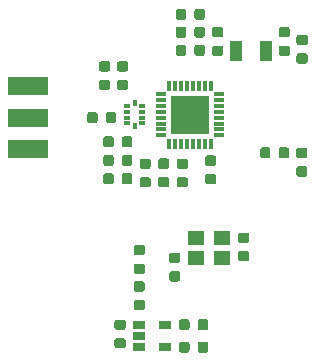
<source format=gtp>
G04 #@! TF.GenerationSoftware,KiCad,Pcbnew,(5.1.4)-1*
G04 #@! TF.CreationDate,2022-02-20T14:50:57-05:00*
G04 #@! TF.ProjectId,Telemetry PCB,54656c65-6d65-4747-9279-205043422e6b,rev?*
G04 #@! TF.SameCoordinates,Original*
G04 #@! TF.FileFunction,Paste,Top*
G04 #@! TF.FilePolarity,Positive*
%FSLAX46Y46*%
G04 Gerber Fmt 4.6, Leading zero omitted, Abs format (unit mm)*
G04 Created by KiCad (PCBNEW (5.1.4)-1) date 2022-02-20 14:50:57*
%MOMM*%
%LPD*%
G04 APERTURE LIST*
%ADD10R,1.400000X1.200000*%
%ADD11R,3.251200X3.251200*%
%ADD12R,0.304800X0.812800*%
%ADD13R,0.812800X0.304800*%
%ADD14R,3.500000X1.500000*%
%ADD15R,0.400000X0.500000*%
%ADD16R,0.500000X0.300000*%
%ADD17R,1.000000X1.800000*%
%ADD18R,1.060000X0.650000*%
%ADD19C,0.100000*%
%ADD20C,0.875000*%
G04 APERTURE END LIST*
D10*
X124070000Y-107300000D03*
X126270000Y-107300000D03*
X126270000Y-109000000D03*
X124070000Y-109000000D03*
D11*
X123540000Y-96890000D03*
D12*
X121787400Y-94426200D03*
X122295400Y-94426200D03*
X122778000Y-94426200D03*
X123286000Y-94426200D03*
X123794000Y-94426200D03*
X124302000Y-94426200D03*
X124784600Y-94426200D03*
X125292600Y-94426200D03*
D13*
X126003800Y-95137400D03*
X126003800Y-95645400D03*
X126003800Y-96128000D03*
X126003800Y-96636000D03*
X126003800Y-97144000D03*
X126003800Y-97652000D03*
X126003800Y-98134600D03*
X126003800Y-98642600D03*
D12*
X125292600Y-99353800D03*
X124784600Y-99353800D03*
X124302000Y-99353800D03*
X123794000Y-99353800D03*
X123286000Y-99353800D03*
X122778000Y-99353800D03*
X122295400Y-99353800D03*
X121787400Y-99353800D03*
D13*
X121076200Y-98642600D03*
X121076200Y-98134600D03*
X121076200Y-97652000D03*
X121076200Y-97144000D03*
X121076200Y-96636000D03*
X121076200Y-96128000D03*
X121076200Y-95645400D03*
X121076200Y-95137400D03*
D14*
X109840000Y-99830000D03*
X109840000Y-94430000D03*
X109840000Y-97130000D03*
D15*
X118845000Y-95880000D03*
X118845000Y-97880000D03*
D16*
X119470000Y-97630000D03*
X119470000Y-97130000D03*
X119470000Y-96630000D03*
X119470000Y-96130000D03*
X118220000Y-97630000D03*
X118220000Y-97130000D03*
X118220000Y-96630000D03*
X118220000Y-96130000D03*
D17*
X129950000Y-91470000D03*
X127450000Y-91470000D03*
D18*
X121440000Y-114670000D03*
X121440000Y-116570000D03*
X119240000Y-116570000D03*
X119240000Y-115620000D03*
X119240000Y-114670000D03*
D19*
G36*
X119517691Y-107918553D02*
G01*
X119538926Y-107921703D01*
X119559750Y-107926919D01*
X119579962Y-107934151D01*
X119599368Y-107943330D01*
X119617781Y-107954366D01*
X119635024Y-107967154D01*
X119650930Y-107981570D01*
X119665346Y-107997476D01*
X119678134Y-108014719D01*
X119689170Y-108033132D01*
X119698349Y-108052538D01*
X119705581Y-108072750D01*
X119710797Y-108093574D01*
X119713947Y-108114809D01*
X119715000Y-108136250D01*
X119715000Y-108573750D01*
X119713947Y-108595191D01*
X119710797Y-108616426D01*
X119705581Y-108637250D01*
X119698349Y-108657462D01*
X119689170Y-108676868D01*
X119678134Y-108695281D01*
X119665346Y-108712524D01*
X119650930Y-108728430D01*
X119635024Y-108742846D01*
X119617781Y-108755634D01*
X119599368Y-108766670D01*
X119579962Y-108775849D01*
X119559750Y-108783081D01*
X119538926Y-108788297D01*
X119517691Y-108791447D01*
X119496250Y-108792500D01*
X118983750Y-108792500D01*
X118962309Y-108791447D01*
X118941074Y-108788297D01*
X118920250Y-108783081D01*
X118900038Y-108775849D01*
X118880632Y-108766670D01*
X118862219Y-108755634D01*
X118844976Y-108742846D01*
X118829070Y-108728430D01*
X118814654Y-108712524D01*
X118801866Y-108695281D01*
X118790830Y-108676868D01*
X118781651Y-108657462D01*
X118774419Y-108637250D01*
X118769203Y-108616426D01*
X118766053Y-108595191D01*
X118765000Y-108573750D01*
X118765000Y-108136250D01*
X118766053Y-108114809D01*
X118769203Y-108093574D01*
X118774419Y-108072750D01*
X118781651Y-108052538D01*
X118790830Y-108033132D01*
X118801866Y-108014719D01*
X118814654Y-107997476D01*
X118829070Y-107981570D01*
X118844976Y-107967154D01*
X118862219Y-107954366D01*
X118880632Y-107943330D01*
X118900038Y-107934151D01*
X118920250Y-107926919D01*
X118941074Y-107921703D01*
X118962309Y-107918553D01*
X118983750Y-107917500D01*
X119496250Y-107917500D01*
X119517691Y-107918553D01*
X119517691Y-107918553D01*
G37*
D20*
X119240000Y-108355000D03*
D19*
G36*
X119517691Y-109493553D02*
G01*
X119538926Y-109496703D01*
X119559750Y-109501919D01*
X119579962Y-109509151D01*
X119599368Y-109518330D01*
X119617781Y-109529366D01*
X119635024Y-109542154D01*
X119650930Y-109556570D01*
X119665346Y-109572476D01*
X119678134Y-109589719D01*
X119689170Y-109608132D01*
X119698349Y-109627538D01*
X119705581Y-109647750D01*
X119710797Y-109668574D01*
X119713947Y-109689809D01*
X119715000Y-109711250D01*
X119715000Y-110148750D01*
X119713947Y-110170191D01*
X119710797Y-110191426D01*
X119705581Y-110212250D01*
X119698349Y-110232462D01*
X119689170Y-110251868D01*
X119678134Y-110270281D01*
X119665346Y-110287524D01*
X119650930Y-110303430D01*
X119635024Y-110317846D01*
X119617781Y-110330634D01*
X119599368Y-110341670D01*
X119579962Y-110350849D01*
X119559750Y-110358081D01*
X119538926Y-110363297D01*
X119517691Y-110366447D01*
X119496250Y-110367500D01*
X118983750Y-110367500D01*
X118962309Y-110366447D01*
X118941074Y-110363297D01*
X118920250Y-110358081D01*
X118900038Y-110350849D01*
X118880632Y-110341670D01*
X118862219Y-110330634D01*
X118844976Y-110317846D01*
X118829070Y-110303430D01*
X118814654Y-110287524D01*
X118801866Y-110270281D01*
X118790830Y-110251868D01*
X118781651Y-110232462D01*
X118774419Y-110212250D01*
X118769203Y-110191426D01*
X118766053Y-110170191D01*
X118765000Y-110148750D01*
X118765000Y-109711250D01*
X118766053Y-109689809D01*
X118769203Y-109668574D01*
X118774419Y-109647750D01*
X118781651Y-109627538D01*
X118790830Y-109608132D01*
X118801866Y-109589719D01*
X118814654Y-109572476D01*
X118829070Y-109556570D01*
X118844976Y-109542154D01*
X118862219Y-109529366D01*
X118880632Y-109518330D01*
X118900038Y-109509151D01*
X118920250Y-109501919D01*
X118941074Y-109496703D01*
X118962309Y-109493553D01*
X118983750Y-109492500D01*
X119496250Y-109492500D01*
X119517691Y-109493553D01*
X119517691Y-109493553D01*
G37*
D20*
X119240000Y-109930000D03*
D19*
G36*
X131730191Y-99646053D02*
G01*
X131751426Y-99649203D01*
X131772250Y-99654419D01*
X131792462Y-99661651D01*
X131811868Y-99670830D01*
X131830281Y-99681866D01*
X131847524Y-99694654D01*
X131863430Y-99709070D01*
X131877846Y-99724976D01*
X131890634Y-99742219D01*
X131901670Y-99760632D01*
X131910849Y-99780038D01*
X131918081Y-99800250D01*
X131923297Y-99821074D01*
X131926447Y-99842309D01*
X131927500Y-99863750D01*
X131927500Y-100376250D01*
X131926447Y-100397691D01*
X131923297Y-100418926D01*
X131918081Y-100439750D01*
X131910849Y-100459962D01*
X131901670Y-100479368D01*
X131890634Y-100497781D01*
X131877846Y-100515024D01*
X131863430Y-100530930D01*
X131847524Y-100545346D01*
X131830281Y-100558134D01*
X131811868Y-100569170D01*
X131792462Y-100578349D01*
X131772250Y-100585581D01*
X131751426Y-100590797D01*
X131730191Y-100593947D01*
X131708750Y-100595000D01*
X131271250Y-100595000D01*
X131249809Y-100593947D01*
X131228574Y-100590797D01*
X131207750Y-100585581D01*
X131187538Y-100578349D01*
X131168132Y-100569170D01*
X131149719Y-100558134D01*
X131132476Y-100545346D01*
X131116570Y-100530930D01*
X131102154Y-100515024D01*
X131089366Y-100497781D01*
X131078330Y-100479368D01*
X131069151Y-100459962D01*
X131061919Y-100439750D01*
X131056703Y-100418926D01*
X131053553Y-100397691D01*
X131052500Y-100376250D01*
X131052500Y-99863750D01*
X131053553Y-99842309D01*
X131056703Y-99821074D01*
X131061919Y-99800250D01*
X131069151Y-99780038D01*
X131078330Y-99760632D01*
X131089366Y-99742219D01*
X131102154Y-99724976D01*
X131116570Y-99709070D01*
X131132476Y-99694654D01*
X131149719Y-99681866D01*
X131168132Y-99670830D01*
X131187538Y-99661651D01*
X131207750Y-99654419D01*
X131228574Y-99649203D01*
X131249809Y-99646053D01*
X131271250Y-99645000D01*
X131708750Y-99645000D01*
X131730191Y-99646053D01*
X131730191Y-99646053D01*
G37*
D20*
X131490000Y-100120000D03*
D19*
G36*
X130155191Y-99646053D02*
G01*
X130176426Y-99649203D01*
X130197250Y-99654419D01*
X130217462Y-99661651D01*
X130236868Y-99670830D01*
X130255281Y-99681866D01*
X130272524Y-99694654D01*
X130288430Y-99709070D01*
X130302846Y-99724976D01*
X130315634Y-99742219D01*
X130326670Y-99760632D01*
X130335849Y-99780038D01*
X130343081Y-99800250D01*
X130348297Y-99821074D01*
X130351447Y-99842309D01*
X130352500Y-99863750D01*
X130352500Y-100376250D01*
X130351447Y-100397691D01*
X130348297Y-100418926D01*
X130343081Y-100439750D01*
X130335849Y-100459962D01*
X130326670Y-100479368D01*
X130315634Y-100497781D01*
X130302846Y-100515024D01*
X130288430Y-100530930D01*
X130272524Y-100545346D01*
X130255281Y-100558134D01*
X130236868Y-100569170D01*
X130217462Y-100578349D01*
X130197250Y-100585581D01*
X130176426Y-100590797D01*
X130155191Y-100593947D01*
X130133750Y-100595000D01*
X129696250Y-100595000D01*
X129674809Y-100593947D01*
X129653574Y-100590797D01*
X129632750Y-100585581D01*
X129612538Y-100578349D01*
X129593132Y-100569170D01*
X129574719Y-100558134D01*
X129557476Y-100545346D01*
X129541570Y-100530930D01*
X129527154Y-100515024D01*
X129514366Y-100497781D01*
X129503330Y-100479368D01*
X129494151Y-100459962D01*
X129486919Y-100439750D01*
X129481703Y-100418926D01*
X129478553Y-100397691D01*
X129477500Y-100376250D01*
X129477500Y-99863750D01*
X129478553Y-99842309D01*
X129481703Y-99821074D01*
X129486919Y-99800250D01*
X129494151Y-99780038D01*
X129503330Y-99760632D01*
X129514366Y-99742219D01*
X129527154Y-99724976D01*
X129541570Y-99709070D01*
X129557476Y-99694654D01*
X129574719Y-99681866D01*
X129593132Y-99670830D01*
X129612538Y-99661651D01*
X129632750Y-99654419D01*
X129653574Y-99649203D01*
X129674809Y-99646053D01*
X129696250Y-99645000D01*
X130133750Y-99645000D01*
X130155191Y-99646053D01*
X130155191Y-99646053D01*
G37*
D20*
X129915000Y-100120000D03*
D19*
G36*
X133307691Y-90113553D02*
G01*
X133328926Y-90116703D01*
X133349750Y-90121919D01*
X133369962Y-90129151D01*
X133389368Y-90138330D01*
X133407781Y-90149366D01*
X133425024Y-90162154D01*
X133440930Y-90176570D01*
X133455346Y-90192476D01*
X133468134Y-90209719D01*
X133479170Y-90228132D01*
X133488349Y-90247538D01*
X133495581Y-90267750D01*
X133500797Y-90288574D01*
X133503947Y-90309809D01*
X133505000Y-90331250D01*
X133505000Y-90768750D01*
X133503947Y-90790191D01*
X133500797Y-90811426D01*
X133495581Y-90832250D01*
X133488349Y-90852462D01*
X133479170Y-90871868D01*
X133468134Y-90890281D01*
X133455346Y-90907524D01*
X133440930Y-90923430D01*
X133425024Y-90937846D01*
X133407781Y-90950634D01*
X133389368Y-90961670D01*
X133369962Y-90970849D01*
X133349750Y-90978081D01*
X133328926Y-90983297D01*
X133307691Y-90986447D01*
X133286250Y-90987500D01*
X132773750Y-90987500D01*
X132752309Y-90986447D01*
X132731074Y-90983297D01*
X132710250Y-90978081D01*
X132690038Y-90970849D01*
X132670632Y-90961670D01*
X132652219Y-90950634D01*
X132634976Y-90937846D01*
X132619070Y-90923430D01*
X132604654Y-90907524D01*
X132591866Y-90890281D01*
X132580830Y-90871868D01*
X132571651Y-90852462D01*
X132564419Y-90832250D01*
X132559203Y-90811426D01*
X132556053Y-90790191D01*
X132555000Y-90768750D01*
X132555000Y-90331250D01*
X132556053Y-90309809D01*
X132559203Y-90288574D01*
X132564419Y-90267750D01*
X132571651Y-90247538D01*
X132580830Y-90228132D01*
X132591866Y-90209719D01*
X132604654Y-90192476D01*
X132619070Y-90176570D01*
X132634976Y-90162154D01*
X132652219Y-90149366D01*
X132670632Y-90138330D01*
X132690038Y-90129151D01*
X132710250Y-90121919D01*
X132731074Y-90116703D01*
X132752309Y-90113553D01*
X132773750Y-90112500D01*
X133286250Y-90112500D01*
X133307691Y-90113553D01*
X133307691Y-90113553D01*
G37*
D20*
X133030000Y-90550000D03*
D19*
G36*
X133307691Y-91688553D02*
G01*
X133328926Y-91691703D01*
X133349750Y-91696919D01*
X133369962Y-91704151D01*
X133389368Y-91713330D01*
X133407781Y-91724366D01*
X133425024Y-91737154D01*
X133440930Y-91751570D01*
X133455346Y-91767476D01*
X133468134Y-91784719D01*
X133479170Y-91803132D01*
X133488349Y-91822538D01*
X133495581Y-91842750D01*
X133500797Y-91863574D01*
X133503947Y-91884809D01*
X133505000Y-91906250D01*
X133505000Y-92343750D01*
X133503947Y-92365191D01*
X133500797Y-92386426D01*
X133495581Y-92407250D01*
X133488349Y-92427462D01*
X133479170Y-92446868D01*
X133468134Y-92465281D01*
X133455346Y-92482524D01*
X133440930Y-92498430D01*
X133425024Y-92512846D01*
X133407781Y-92525634D01*
X133389368Y-92536670D01*
X133369962Y-92545849D01*
X133349750Y-92553081D01*
X133328926Y-92558297D01*
X133307691Y-92561447D01*
X133286250Y-92562500D01*
X132773750Y-92562500D01*
X132752309Y-92561447D01*
X132731074Y-92558297D01*
X132710250Y-92553081D01*
X132690038Y-92545849D01*
X132670632Y-92536670D01*
X132652219Y-92525634D01*
X132634976Y-92512846D01*
X132619070Y-92498430D01*
X132604654Y-92482524D01*
X132591866Y-92465281D01*
X132580830Y-92446868D01*
X132571651Y-92427462D01*
X132564419Y-92407250D01*
X132559203Y-92386426D01*
X132556053Y-92365191D01*
X132555000Y-92343750D01*
X132555000Y-91906250D01*
X132556053Y-91884809D01*
X132559203Y-91863574D01*
X132564419Y-91842750D01*
X132571651Y-91822538D01*
X132580830Y-91803132D01*
X132591866Y-91784719D01*
X132604654Y-91767476D01*
X132619070Y-91751570D01*
X132634976Y-91737154D01*
X132652219Y-91724366D01*
X132670632Y-91713330D01*
X132690038Y-91704151D01*
X132710250Y-91696919D01*
X132731074Y-91691703D01*
X132752309Y-91688553D01*
X132773750Y-91687500D01*
X133286250Y-91687500D01*
X133307691Y-91688553D01*
X133307691Y-91688553D01*
G37*
D20*
X133030000Y-92125000D03*
D19*
G36*
X119517691Y-112563553D02*
G01*
X119538926Y-112566703D01*
X119559750Y-112571919D01*
X119579962Y-112579151D01*
X119599368Y-112588330D01*
X119617781Y-112599366D01*
X119635024Y-112612154D01*
X119650930Y-112626570D01*
X119665346Y-112642476D01*
X119678134Y-112659719D01*
X119689170Y-112678132D01*
X119698349Y-112697538D01*
X119705581Y-112717750D01*
X119710797Y-112738574D01*
X119713947Y-112759809D01*
X119715000Y-112781250D01*
X119715000Y-113218750D01*
X119713947Y-113240191D01*
X119710797Y-113261426D01*
X119705581Y-113282250D01*
X119698349Y-113302462D01*
X119689170Y-113321868D01*
X119678134Y-113340281D01*
X119665346Y-113357524D01*
X119650930Y-113373430D01*
X119635024Y-113387846D01*
X119617781Y-113400634D01*
X119599368Y-113411670D01*
X119579962Y-113420849D01*
X119559750Y-113428081D01*
X119538926Y-113433297D01*
X119517691Y-113436447D01*
X119496250Y-113437500D01*
X118983750Y-113437500D01*
X118962309Y-113436447D01*
X118941074Y-113433297D01*
X118920250Y-113428081D01*
X118900038Y-113420849D01*
X118880632Y-113411670D01*
X118862219Y-113400634D01*
X118844976Y-113387846D01*
X118829070Y-113373430D01*
X118814654Y-113357524D01*
X118801866Y-113340281D01*
X118790830Y-113321868D01*
X118781651Y-113302462D01*
X118774419Y-113282250D01*
X118769203Y-113261426D01*
X118766053Y-113240191D01*
X118765000Y-113218750D01*
X118765000Y-112781250D01*
X118766053Y-112759809D01*
X118769203Y-112738574D01*
X118774419Y-112717750D01*
X118781651Y-112697538D01*
X118790830Y-112678132D01*
X118801866Y-112659719D01*
X118814654Y-112642476D01*
X118829070Y-112626570D01*
X118844976Y-112612154D01*
X118862219Y-112599366D01*
X118880632Y-112588330D01*
X118900038Y-112579151D01*
X118920250Y-112571919D01*
X118941074Y-112566703D01*
X118962309Y-112563553D01*
X118983750Y-112562500D01*
X119496250Y-112562500D01*
X119517691Y-112563553D01*
X119517691Y-112563553D01*
G37*
D20*
X119240000Y-113000000D03*
D19*
G36*
X119517691Y-110988553D02*
G01*
X119538926Y-110991703D01*
X119559750Y-110996919D01*
X119579962Y-111004151D01*
X119599368Y-111013330D01*
X119617781Y-111024366D01*
X119635024Y-111037154D01*
X119650930Y-111051570D01*
X119665346Y-111067476D01*
X119678134Y-111084719D01*
X119689170Y-111103132D01*
X119698349Y-111122538D01*
X119705581Y-111142750D01*
X119710797Y-111163574D01*
X119713947Y-111184809D01*
X119715000Y-111206250D01*
X119715000Y-111643750D01*
X119713947Y-111665191D01*
X119710797Y-111686426D01*
X119705581Y-111707250D01*
X119698349Y-111727462D01*
X119689170Y-111746868D01*
X119678134Y-111765281D01*
X119665346Y-111782524D01*
X119650930Y-111798430D01*
X119635024Y-111812846D01*
X119617781Y-111825634D01*
X119599368Y-111836670D01*
X119579962Y-111845849D01*
X119559750Y-111853081D01*
X119538926Y-111858297D01*
X119517691Y-111861447D01*
X119496250Y-111862500D01*
X118983750Y-111862500D01*
X118962309Y-111861447D01*
X118941074Y-111858297D01*
X118920250Y-111853081D01*
X118900038Y-111845849D01*
X118880632Y-111836670D01*
X118862219Y-111825634D01*
X118844976Y-111812846D01*
X118829070Y-111798430D01*
X118814654Y-111782524D01*
X118801866Y-111765281D01*
X118790830Y-111746868D01*
X118781651Y-111727462D01*
X118774419Y-111707250D01*
X118769203Y-111686426D01*
X118766053Y-111665191D01*
X118765000Y-111643750D01*
X118765000Y-111206250D01*
X118766053Y-111184809D01*
X118769203Y-111163574D01*
X118774419Y-111142750D01*
X118781651Y-111122538D01*
X118790830Y-111103132D01*
X118801866Y-111084719D01*
X118814654Y-111067476D01*
X118829070Y-111051570D01*
X118844976Y-111037154D01*
X118862219Y-111024366D01*
X118880632Y-111013330D01*
X118900038Y-111004151D01*
X118920250Y-110996919D01*
X118941074Y-110991703D01*
X118962309Y-110988553D01*
X118983750Y-110987500D01*
X119496250Y-110987500D01*
X119517691Y-110988553D01*
X119517691Y-110988553D01*
G37*
D20*
X119240000Y-111425000D03*
D19*
G36*
X124875191Y-114196053D02*
G01*
X124896426Y-114199203D01*
X124917250Y-114204419D01*
X124937462Y-114211651D01*
X124956868Y-114220830D01*
X124975281Y-114231866D01*
X124992524Y-114244654D01*
X125008430Y-114259070D01*
X125022846Y-114274976D01*
X125035634Y-114292219D01*
X125046670Y-114310632D01*
X125055849Y-114330038D01*
X125063081Y-114350250D01*
X125068297Y-114371074D01*
X125071447Y-114392309D01*
X125072500Y-114413750D01*
X125072500Y-114926250D01*
X125071447Y-114947691D01*
X125068297Y-114968926D01*
X125063081Y-114989750D01*
X125055849Y-115009962D01*
X125046670Y-115029368D01*
X125035634Y-115047781D01*
X125022846Y-115065024D01*
X125008430Y-115080930D01*
X124992524Y-115095346D01*
X124975281Y-115108134D01*
X124956868Y-115119170D01*
X124937462Y-115128349D01*
X124917250Y-115135581D01*
X124896426Y-115140797D01*
X124875191Y-115143947D01*
X124853750Y-115145000D01*
X124416250Y-115145000D01*
X124394809Y-115143947D01*
X124373574Y-115140797D01*
X124352750Y-115135581D01*
X124332538Y-115128349D01*
X124313132Y-115119170D01*
X124294719Y-115108134D01*
X124277476Y-115095346D01*
X124261570Y-115080930D01*
X124247154Y-115065024D01*
X124234366Y-115047781D01*
X124223330Y-115029368D01*
X124214151Y-115009962D01*
X124206919Y-114989750D01*
X124201703Y-114968926D01*
X124198553Y-114947691D01*
X124197500Y-114926250D01*
X124197500Y-114413750D01*
X124198553Y-114392309D01*
X124201703Y-114371074D01*
X124206919Y-114350250D01*
X124214151Y-114330038D01*
X124223330Y-114310632D01*
X124234366Y-114292219D01*
X124247154Y-114274976D01*
X124261570Y-114259070D01*
X124277476Y-114244654D01*
X124294719Y-114231866D01*
X124313132Y-114220830D01*
X124332538Y-114211651D01*
X124352750Y-114204419D01*
X124373574Y-114199203D01*
X124394809Y-114196053D01*
X124416250Y-114195000D01*
X124853750Y-114195000D01*
X124875191Y-114196053D01*
X124875191Y-114196053D01*
G37*
D20*
X124635000Y-114670000D03*
D19*
G36*
X123300191Y-114196053D02*
G01*
X123321426Y-114199203D01*
X123342250Y-114204419D01*
X123362462Y-114211651D01*
X123381868Y-114220830D01*
X123400281Y-114231866D01*
X123417524Y-114244654D01*
X123433430Y-114259070D01*
X123447846Y-114274976D01*
X123460634Y-114292219D01*
X123471670Y-114310632D01*
X123480849Y-114330038D01*
X123488081Y-114350250D01*
X123493297Y-114371074D01*
X123496447Y-114392309D01*
X123497500Y-114413750D01*
X123497500Y-114926250D01*
X123496447Y-114947691D01*
X123493297Y-114968926D01*
X123488081Y-114989750D01*
X123480849Y-115009962D01*
X123471670Y-115029368D01*
X123460634Y-115047781D01*
X123447846Y-115065024D01*
X123433430Y-115080930D01*
X123417524Y-115095346D01*
X123400281Y-115108134D01*
X123381868Y-115119170D01*
X123362462Y-115128349D01*
X123342250Y-115135581D01*
X123321426Y-115140797D01*
X123300191Y-115143947D01*
X123278750Y-115145000D01*
X122841250Y-115145000D01*
X122819809Y-115143947D01*
X122798574Y-115140797D01*
X122777750Y-115135581D01*
X122757538Y-115128349D01*
X122738132Y-115119170D01*
X122719719Y-115108134D01*
X122702476Y-115095346D01*
X122686570Y-115080930D01*
X122672154Y-115065024D01*
X122659366Y-115047781D01*
X122648330Y-115029368D01*
X122639151Y-115009962D01*
X122631919Y-114989750D01*
X122626703Y-114968926D01*
X122623553Y-114947691D01*
X122622500Y-114926250D01*
X122622500Y-114413750D01*
X122623553Y-114392309D01*
X122626703Y-114371074D01*
X122631919Y-114350250D01*
X122639151Y-114330038D01*
X122648330Y-114310632D01*
X122659366Y-114292219D01*
X122672154Y-114274976D01*
X122686570Y-114259070D01*
X122702476Y-114244654D01*
X122719719Y-114231866D01*
X122738132Y-114220830D01*
X122757538Y-114211651D01*
X122777750Y-114204419D01*
X122798574Y-114199203D01*
X122819809Y-114196053D01*
X122841250Y-114195000D01*
X123278750Y-114195000D01*
X123300191Y-114196053D01*
X123300191Y-114196053D01*
G37*
D20*
X123060000Y-114670000D03*
D19*
G36*
X124875191Y-116096053D02*
G01*
X124896426Y-116099203D01*
X124917250Y-116104419D01*
X124937462Y-116111651D01*
X124956868Y-116120830D01*
X124975281Y-116131866D01*
X124992524Y-116144654D01*
X125008430Y-116159070D01*
X125022846Y-116174976D01*
X125035634Y-116192219D01*
X125046670Y-116210632D01*
X125055849Y-116230038D01*
X125063081Y-116250250D01*
X125068297Y-116271074D01*
X125071447Y-116292309D01*
X125072500Y-116313750D01*
X125072500Y-116826250D01*
X125071447Y-116847691D01*
X125068297Y-116868926D01*
X125063081Y-116889750D01*
X125055849Y-116909962D01*
X125046670Y-116929368D01*
X125035634Y-116947781D01*
X125022846Y-116965024D01*
X125008430Y-116980930D01*
X124992524Y-116995346D01*
X124975281Y-117008134D01*
X124956868Y-117019170D01*
X124937462Y-117028349D01*
X124917250Y-117035581D01*
X124896426Y-117040797D01*
X124875191Y-117043947D01*
X124853750Y-117045000D01*
X124416250Y-117045000D01*
X124394809Y-117043947D01*
X124373574Y-117040797D01*
X124352750Y-117035581D01*
X124332538Y-117028349D01*
X124313132Y-117019170D01*
X124294719Y-117008134D01*
X124277476Y-116995346D01*
X124261570Y-116980930D01*
X124247154Y-116965024D01*
X124234366Y-116947781D01*
X124223330Y-116929368D01*
X124214151Y-116909962D01*
X124206919Y-116889750D01*
X124201703Y-116868926D01*
X124198553Y-116847691D01*
X124197500Y-116826250D01*
X124197500Y-116313750D01*
X124198553Y-116292309D01*
X124201703Y-116271074D01*
X124206919Y-116250250D01*
X124214151Y-116230038D01*
X124223330Y-116210632D01*
X124234366Y-116192219D01*
X124247154Y-116174976D01*
X124261570Y-116159070D01*
X124277476Y-116144654D01*
X124294719Y-116131866D01*
X124313132Y-116120830D01*
X124332538Y-116111651D01*
X124352750Y-116104419D01*
X124373574Y-116099203D01*
X124394809Y-116096053D01*
X124416250Y-116095000D01*
X124853750Y-116095000D01*
X124875191Y-116096053D01*
X124875191Y-116096053D01*
G37*
D20*
X124635000Y-116570000D03*
D19*
G36*
X123300191Y-116096053D02*
G01*
X123321426Y-116099203D01*
X123342250Y-116104419D01*
X123362462Y-116111651D01*
X123381868Y-116120830D01*
X123400281Y-116131866D01*
X123417524Y-116144654D01*
X123433430Y-116159070D01*
X123447846Y-116174976D01*
X123460634Y-116192219D01*
X123471670Y-116210632D01*
X123480849Y-116230038D01*
X123488081Y-116250250D01*
X123493297Y-116271074D01*
X123496447Y-116292309D01*
X123497500Y-116313750D01*
X123497500Y-116826250D01*
X123496447Y-116847691D01*
X123493297Y-116868926D01*
X123488081Y-116889750D01*
X123480849Y-116909962D01*
X123471670Y-116929368D01*
X123460634Y-116947781D01*
X123447846Y-116965024D01*
X123433430Y-116980930D01*
X123417524Y-116995346D01*
X123400281Y-117008134D01*
X123381868Y-117019170D01*
X123362462Y-117028349D01*
X123342250Y-117035581D01*
X123321426Y-117040797D01*
X123300191Y-117043947D01*
X123278750Y-117045000D01*
X122841250Y-117045000D01*
X122819809Y-117043947D01*
X122798574Y-117040797D01*
X122777750Y-117035581D01*
X122757538Y-117028349D01*
X122738132Y-117019170D01*
X122719719Y-117008134D01*
X122702476Y-116995346D01*
X122686570Y-116980930D01*
X122672154Y-116965024D01*
X122659366Y-116947781D01*
X122648330Y-116929368D01*
X122639151Y-116909962D01*
X122631919Y-116889750D01*
X122626703Y-116868926D01*
X122623553Y-116847691D01*
X122622500Y-116826250D01*
X122622500Y-116313750D01*
X122623553Y-116292309D01*
X122626703Y-116271074D01*
X122631919Y-116250250D01*
X122639151Y-116230038D01*
X122648330Y-116210632D01*
X122659366Y-116192219D01*
X122672154Y-116174976D01*
X122686570Y-116159070D01*
X122702476Y-116144654D01*
X122719719Y-116131866D01*
X122738132Y-116120830D01*
X122757538Y-116111651D01*
X122777750Y-116104419D01*
X122798574Y-116099203D01*
X122819809Y-116096053D01*
X122841250Y-116095000D01*
X123278750Y-116095000D01*
X123300191Y-116096053D01*
X123300191Y-116096053D01*
G37*
D20*
X123060000Y-116570000D03*
D19*
G36*
X117897691Y-115808553D02*
G01*
X117918926Y-115811703D01*
X117939750Y-115816919D01*
X117959962Y-115824151D01*
X117979368Y-115833330D01*
X117997781Y-115844366D01*
X118015024Y-115857154D01*
X118030930Y-115871570D01*
X118045346Y-115887476D01*
X118058134Y-115904719D01*
X118069170Y-115923132D01*
X118078349Y-115942538D01*
X118085581Y-115962750D01*
X118090797Y-115983574D01*
X118093947Y-116004809D01*
X118095000Y-116026250D01*
X118095000Y-116463750D01*
X118093947Y-116485191D01*
X118090797Y-116506426D01*
X118085581Y-116527250D01*
X118078349Y-116547462D01*
X118069170Y-116566868D01*
X118058134Y-116585281D01*
X118045346Y-116602524D01*
X118030930Y-116618430D01*
X118015024Y-116632846D01*
X117997781Y-116645634D01*
X117979368Y-116656670D01*
X117959962Y-116665849D01*
X117939750Y-116673081D01*
X117918926Y-116678297D01*
X117897691Y-116681447D01*
X117876250Y-116682500D01*
X117363750Y-116682500D01*
X117342309Y-116681447D01*
X117321074Y-116678297D01*
X117300250Y-116673081D01*
X117280038Y-116665849D01*
X117260632Y-116656670D01*
X117242219Y-116645634D01*
X117224976Y-116632846D01*
X117209070Y-116618430D01*
X117194654Y-116602524D01*
X117181866Y-116585281D01*
X117170830Y-116566868D01*
X117161651Y-116547462D01*
X117154419Y-116527250D01*
X117149203Y-116506426D01*
X117146053Y-116485191D01*
X117145000Y-116463750D01*
X117145000Y-116026250D01*
X117146053Y-116004809D01*
X117149203Y-115983574D01*
X117154419Y-115962750D01*
X117161651Y-115942538D01*
X117170830Y-115923132D01*
X117181866Y-115904719D01*
X117194654Y-115887476D01*
X117209070Y-115871570D01*
X117224976Y-115857154D01*
X117242219Y-115844366D01*
X117260632Y-115833330D01*
X117280038Y-115824151D01*
X117300250Y-115816919D01*
X117321074Y-115811703D01*
X117342309Y-115808553D01*
X117363750Y-115807500D01*
X117876250Y-115807500D01*
X117897691Y-115808553D01*
X117897691Y-115808553D01*
G37*
D20*
X117620000Y-116245000D03*
D19*
G36*
X117897691Y-114233553D02*
G01*
X117918926Y-114236703D01*
X117939750Y-114241919D01*
X117959962Y-114249151D01*
X117979368Y-114258330D01*
X117997781Y-114269366D01*
X118015024Y-114282154D01*
X118030930Y-114296570D01*
X118045346Y-114312476D01*
X118058134Y-114329719D01*
X118069170Y-114348132D01*
X118078349Y-114367538D01*
X118085581Y-114387750D01*
X118090797Y-114408574D01*
X118093947Y-114429809D01*
X118095000Y-114451250D01*
X118095000Y-114888750D01*
X118093947Y-114910191D01*
X118090797Y-114931426D01*
X118085581Y-114952250D01*
X118078349Y-114972462D01*
X118069170Y-114991868D01*
X118058134Y-115010281D01*
X118045346Y-115027524D01*
X118030930Y-115043430D01*
X118015024Y-115057846D01*
X117997781Y-115070634D01*
X117979368Y-115081670D01*
X117959962Y-115090849D01*
X117939750Y-115098081D01*
X117918926Y-115103297D01*
X117897691Y-115106447D01*
X117876250Y-115107500D01*
X117363750Y-115107500D01*
X117342309Y-115106447D01*
X117321074Y-115103297D01*
X117300250Y-115098081D01*
X117280038Y-115090849D01*
X117260632Y-115081670D01*
X117242219Y-115070634D01*
X117224976Y-115057846D01*
X117209070Y-115043430D01*
X117194654Y-115027524D01*
X117181866Y-115010281D01*
X117170830Y-114991868D01*
X117161651Y-114972462D01*
X117154419Y-114952250D01*
X117149203Y-114931426D01*
X117146053Y-114910191D01*
X117145000Y-114888750D01*
X117145000Y-114451250D01*
X117146053Y-114429809D01*
X117149203Y-114408574D01*
X117154419Y-114387750D01*
X117161651Y-114367538D01*
X117170830Y-114348132D01*
X117181866Y-114329719D01*
X117194654Y-114312476D01*
X117209070Y-114296570D01*
X117224976Y-114282154D01*
X117242219Y-114269366D01*
X117260632Y-114258330D01*
X117280038Y-114249151D01*
X117300250Y-114241919D01*
X117321074Y-114236703D01*
X117342309Y-114233553D01*
X117363750Y-114232500D01*
X117876250Y-114232500D01*
X117897691Y-114233553D01*
X117897691Y-114233553D01*
G37*
D20*
X117620000Y-114670000D03*
D19*
G36*
X115515191Y-96656053D02*
G01*
X115536426Y-96659203D01*
X115557250Y-96664419D01*
X115577462Y-96671651D01*
X115596868Y-96680830D01*
X115615281Y-96691866D01*
X115632524Y-96704654D01*
X115648430Y-96719070D01*
X115662846Y-96734976D01*
X115675634Y-96752219D01*
X115686670Y-96770632D01*
X115695849Y-96790038D01*
X115703081Y-96810250D01*
X115708297Y-96831074D01*
X115711447Y-96852309D01*
X115712500Y-96873750D01*
X115712500Y-97386250D01*
X115711447Y-97407691D01*
X115708297Y-97428926D01*
X115703081Y-97449750D01*
X115695849Y-97469962D01*
X115686670Y-97489368D01*
X115675634Y-97507781D01*
X115662846Y-97525024D01*
X115648430Y-97540930D01*
X115632524Y-97555346D01*
X115615281Y-97568134D01*
X115596868Y-97579170D01*
X115577462Y-97588349D01*
X115557250Y-97595581D01*
X115536426Y-97600797D01*
X115515191Y-97603947D01*
X115493750Y-97605000D01*
X115056250Y-97605000D01*
X115034809Y-97603947D01*
X115013574Y-97600797D01*
X114992750Y-97595581D01*
X114972538Y-97588349D01*
X114953132Y-97579170D01*
X114934719Y-97568134D01*
X114917476Y-97555346D01*
X114901570Y-97540930D01*
X114887154Y-97525024D01*
X114874366Y-97507781D01*
X114863330Y-97489368D01*
X114854151Y-97469962D01*
X114846919Y-97449750D01*
X114841703Y-97428926D01*
X114838553Y-97407691D01*
X114837500Y-97386250D01*
X114837500Y-96873750D01*
X114838553Y-96852309D01*
X114841703Y-96831074D01*
X114846919Y-96810250D01*
X114854151Y-96790038D01*
X114863330Y-96770632D01*
X114874366Y-96752219D01*
X114887154Y-96734976D01*
X114901570Y-96719070D01*
X114917476Y-96704654D01*
X114934719Y-96691866D01*
X114953132Y-96680830D01*
X114972538Y-96671651D01*
X114992750Y-96664419D01*
X115013574Y-96659203D01*
X115034809Y-96656053D01*
X115056250Y-96655000D01*
X115493750Y-96655000D01*
X115515191Y-96656053D01*
X115515191Y-96656053D01*
G37*
D20*
X115275000Y-97130000D03*
D19*
G36*
X117090191Y-96656053D02*
G01*
X117111426Y-96659203D01*
X117132250Y-96664419D01*
X117152462Y-96671651D01*
X117171868Y-96680830D01*
X117190281Y-96691866D01*
X117207524Y-96704654D01*
X117223430Y-96719070D01*
X117237846Y-96734976D01*
X117250634Y-96752219D01*
X117261670Y-96770632D01*
X117270849Y-96790038D01*
X117278081Y-96810250D01*
X117283297Y-96831074D01*
X117286447Y-96852309D01*
X117287500Y-96873750D01*
X117287500Y-97386250D01*
X117286447Y-97407691D01*
X117283297Y-97428926D01*
X117278081Y-97449750D01*
X117270849Y-97469962D01*
X117261670Y-97489368D01*
X117250634Y-97507781D01*
X117237846Y-97525024D01*
X117223430Y-97540930D01*
X117207524Y-97555346D01*
X117190281Y-97568134D01*
X117171868Y-97579170D01*
X117152462Y-97588349D01*
X117132250Y-97595581D01*
X117111426Y-97600797D01*
X117090191Y-97603947D01*
X117068750Y-97605000D01*
X116631250Y-97605000D01*
X116609809Y-97603947D01*
X116588574Y-97600797D01*
X116567750Y-97595581D01*
X116547538Y-97588349D01*
X116528132Y-97579170D01*
X116509719Y-97568134D01*
X116492476Y-97555346D01*
X116476570Y-97540930D01*
X116462154Y-97525024D01*
X116449366Y-97507781D01*
X116438330Y-97489368D01*
X116429151Y-97469962D01*
X116421919Y-97449750D01*
X116416703Y-97428926D01*
X116413553Y-97407691D01*
X116412500Y-97386250D01*
X116412500Y-96873750D01*
X116413553Y-96852309D01*
X116416703Y-96831074D01*
X116421919Y-96810250D01*
X116429151Y-96790038D01*
X116438330Y-96770632D01*
X116449366Y-96752219D01*
X116462154Y-96734976D01*
X116476570Y-96719070D01*
X116492476Y-96704654D01*
X116509719Y-96691866D01*
X116528132Y-96680830D01*
X116547538Y-96671651D01*
X116567750Y-96664419D01*
X116588574Y-96659203D01*
X116609809Y-96656053D01*
X116631250Y-96655000D01*
X117068750Y-96655000D01*
X117090191Y-96656053D01*
X117090191Y-96656053D01*
G37*
D20*
X116850000Y-97130000D03*
D19*
G36*
X131787691Y-89458553D02*
G01*
X131808926Y-89461703D01*
X131829750Y-89466919D01*
X131849962Y-89474151D01*
X131869368Y-89483330D01*
X131887781Y-89494366D01*
X131905024Y-89507154D01*
X131920930Y-89521570D01*
X131935346Y-89537476D01*
X131948134Y-89554719D01*
X131959170Y-89573132D01*
X131968349Y-89592538D01*
X131975581Y-89612750D01*
X131980797Y-89633574D01*
X131983947Y-89654809D01*
X131985000Y-89676250D01*
X131985000Y-90113750D01*
X131983947Y-90135191D01*
X131980797Y-90156426D01*
X131975581Y-90177250D01*
X131968349Y-90197462D01*
X131959170Y-90216868D01*
X131948134Y-90235281D01*
X131935346Y-90252524D01*
X131920930Y-90268430D01*
X131905024Y-90282846D01*
X131887781Y-90295634D01*
X131869368Y-90306670D01*
X131849962Y-90315849D01*
X131829750Y-90323081D01*
X131808926Y-90328297D01*
X131787691Y-90331447D01*
X131766250Y-90332500D01*
X131253750Y-90332500D01*
X131232309Y-90331447D01*
X131211074Y-90328297D01*
X131190250Y-90323081D01*
X131170038Y-90315849D01*
X131150632Y-90306670D01*
X131132219Y-90295634D01*
X131114976Y-90282846D01*
X131099070Y-90268430D01*
X131084654Y-90252524D01*
X131071866Y-90235281D01*
X131060830Y-90216868D01*
X131051651Y-90197462D01*
X131044419Y-90177250D01*
X131039203Y-90156426D01*
X131036053Y-90135191D01*
X131035000Y-90113750D01*
X131035000Y-89676250D01*
X131036053Y-89654809D01*
X131039203Y-89633574D01*
X131044419Y-89612750D01*
X131051651Y-89592538D01*
X131060830Y-89573132D01*
X131071866Y-89554719D01*
X131084654Y-89537476D01*
X131099070Y-89521570D01*
X131114976Y-89507154D01*
X131132219Y-89494366D01*
X131150632Y-89483330D01*
X131170038Y-89474151D01*
X131190250Y-89466919D01*
X131211074Y-89461703D01*
X131232309Y-89458553D01*
X131253750Y-89457500D01*
X131766250Y-89457500D01*
X131787691Y-89458553D01*
X131787691Y-89458553D01*
G37*
D20*
X131510000Y-89895000D03*
D19*
G36*
X131787691Y-91033553D02*
G01*
X131808926Y-91036703D01*
X131829750Y-91041919D01*
X131849962Y-91049151D01*
X131869368Y-91058330D01*
X131887781Y-91069366D01*
X131905024Y-91082154D01*
X131920930Y-91096570D01*
X131935346Y-91112476D01*
X131948134Y-91129719D01*
X131959170Y-91148132D01*
X131968349Y-91167538D01*
X131975581Y-91187750D01*
X131980797Y-91208574D01*
X131983947Y-91229809D01*
X131985000Y-91251250D01*
X131985000Y-91688750D01*
X131983947Y-91710191D01*
X131980797Y-91731426D01*
X131975581Y-91752250D01*
X131968349Y-91772462D01*
X131959170Y-91791868D01*
X131948134Y-91810281D01*
X131935346Y-91827524D01*
X131920930Y-91843430D01*
X131905024Y-91857846D01*
X131887781Y-91870634D01*
X131869368Y-91881670D01*
X131849962Y-91890849D01*
X131829750Y-91898081D01*
X131808926Y-91903297D01*
X131787691Y-91906447D01*
X131766250Y-91907500D01*
X131253750Y-91907500D01*
X131232309Y-91906447D01*
X131211074Y-91903297D01*
X131190250Y-91898081D01*
X131170038Y-91890849D01*
X131150632Y-91881670D01*
X131132219Y-91870634D01*
X131114976Y-91857846D01*
X131099070Y-91843430D01*
X131084654Y-91827524D01*
X131071866Y-91810281D01*
X131060830Y-91791868D01*
X131051651Y-91772462D01*
X131044419Y-91752250D01*
X131039203Y-91731426D01*
X131036053Y-91710191D01*
X131035000Y-91688750D01*
X131035000Y-91251250D01*
X131036053Y-91229809D01*
X131039203Y-91208574D01*
X131044419Y-91187750D01*
X131051651Y-91167538D01*
X131060830Y-91148132D01*
X131071866Y-91129719D01*
X131084654Y-91112476D01*
X131099070Y-91096570D01*
X131114976Y-91082154D01*
X131132219Y-91069366D01*
X131150632Y-91058330D01*
X131170038Y-91049151D01*
X131190250Y-91041919D01*
X131211074Y-91036703D01*
X131232309Y-91033553D01*
X131253750Y-91032500D01*
X131766250Y-91032500D01*
X131787691Y-91033553D01*
X131787691Y-91033553D01*
G37*
D20*
X131510000Y-91470000D03*
D19*
G36*
X126147691Y-89458553D02*
G01*
X126168926Y-89461703D01*
X126189750Y-89466919D01*
X126209962Y-89474151D01*
X126229368Y-89483330D01*
X126247781Y-89494366D01*
X126265024Y-89507154D01*
X126280930Y-89521570D01*
X126295346Y-89537476D01*
X126308134Y-89554719D01*
X126319170Y-89573132D01*
X126328349Y-89592538D01*
X126335581Y-89612750D01*
X126340797Y-89633574D01*
X126343947Y-89654809D01*
X126345000Y-89676250D01*
X126345000Y-90113750D01*
X126343947Y-90135191D01*
X126340797Y-90156426D01*
X126335581Y-90177250D01*
X126328349Y-90197462D01*
X126319170Y-90216868D01*
X126308134Y-90235281D01*
X126295346Y-90252524D01*
X126280930Y-90268430D01*
X126265024Y-90282846D01*
X126247781Y-90295634D01*
X126229368Y-90306670D01*
X126209962Y-90315849D01*
X126189750Y-90323081D01*
X126168926Y-90328297D01*
X126147691Y-90331447D01*
X126126250Y-90332500D01*
X125613750Y-90332500D01*
X125592309Y-90331447D01*
X125571074Y-90328297D01*
X125550250Y-90323081D01*
X125530038Y-90315849D01*
X125510632Y-90306670D01*
X125492219Y-90295634D01*
X125474976Y-90282846D01*
X125459070Y-90268430D01*
X125444654Y-90252524D01*
X125431866Y-90235281D01*
X125420830Y-90216868D01*
X125411651Y-90197462D01*
X125404419Y-90177250D01*
X125399203Y-90156426D01*
X125396053Y-90135191D01*
X125395000Y-90113750D01*
X125395000Y-89676250D01*
X125396053Y-89654809D01*
X125399203Y-89633574D01*
X125404419Y-89612750D01*
X125411651Y-89592538D01*
X125420830Y-89573132D01*
X125431866Y-89554719D01*
X125444654Y-89537476D01*
X125459070Y-89521570D01*
X125474976Y-89507154D01*
X125492219Y-89494366D01*
X125510632Y-89483330D01*
X125530038Y-89474151D01*
X125550250Y-89466919D01*
X125571074Y-89461703D01*
X125592309Y-89458553D01*
X125613750Y-89457500D01*
X126126250Y-89457500D01*
X126147691Y-89458553D01*
X126147691Y-89458553D01*
G37*
D20*
X125870000Y-89895000D03*
D19*
G36*
X126147691Y-91033553D02*
G01*
X126168926Y-91036703D01*
X126189750Y-91041919D01*
X126209962Y-91049151D01*
X126229368Y-91058330D01*
X126247781Y-91069366D01*
X126265024Y-91082154D01*
X126280930Y-91096570D01*
X126295346Y-91112476D01*
X126308134Y-91129719D01*
X126319170Y-91148132D01*
X126328349Y-91167538D01*
X126335581Y-91187750D01*
X126340797Y-91208574D01*
X126343947Y-91229809D01*
X126345000Y-91251250D01*
X126345000Y-91688750D01*
X126343947Y-91710191D01*
X126340797Y-91731426D01*
X126335581Y-91752250D01*
X126328349Y-91772462D01*
X126319170Y-91791868D01*
X126308134Y-91810281D01*
X126295346Y-91827524D01*
X126280930Y-91843430D01*
X126265024Y-91857846D01*
X126247781Y-91870634D01*
X126229368Y-91881670D01*
X126209962Y-91890849D01*
X126189750Y-91898081D01*
X126168926Y-91903297D01*
X126147691Y-91906447D01*
X126126250Y-91907500D01*
X125613750Y-91907500D01*
X125592309Y-91906447D01*
X125571074Y-91903297D01*
X125550250Y-91898081D01*
X125530038Y-91890849D01*
X125510632Y-91881670D01*
X125492219Y-91870634D01*
X125474976Y-91857846D01*
X125459070Y-91843430D01*
X125444654Y-91827524D01*
X125431866Y-91810281D01*
X125420830Y-91791868D01*
X125411651Y-91772462D01*
X125404419Y-91752250D01*
X125399203Y-91731426D01*
X125396053Y-91710191D01*
X125395000Y-91688750D01*
X125395000Y-91251250D01*
X125396053Y-91229809D01*
X125399203Y-91208574D01*
X125404419Y-91187750D01*
X125411651Y-91167538D01*
X125420830Y-91148132D01*
X125431866Y-91129719D01*
X125444654Y-91112476D01*
X125459070Y-91096570D01*
X125474976Y-91082154D01*
X125492219Y-91069366D01*
X125510632Y-91058330D01*
X125530038Y-91049151D01*
X125550250Y-91041919D01*
X125571074Y-91036703D01*
X125592309Y-91033553D01*
X125613750Y-91032500D01*
X126126250Y-91032500D01*
X126147691Y-91033553D01*
X126147691Y-91033553D01*
G37*
D20*
X125870000Y-91470000D03*
D19*
G36*
X128357691Y-108438553D02*
G01*
X128378926Y-108441703D01*
X128399750Y-108446919D01*
X128419962Y-108454151D01*
X128439368Y-108463330D01*
X128457781Y-108474366D01*
X128475024Y-108487154D01*
X128490930Y-108501570D01*
X128505346Y-108517476D01*
X128518134Y-108534719D01*
X128529170Y-108553132D01*
X128538349Y-108572538D01*
X128545581Y-108592750D01*
X128550797Y-108613574D01*
X128553947Y-108634809D01*
X128555000Y-108656250D01*
X128555000Y-109093750D01*
X128553947Y-109115191D01*
X128550797Y-109136426D01*
X128545581Y-109157250D01*
X128538349Y-109177462D01*
X128529170Y-109196868D01*
X128518134Y-109215281D01*
X128505346Y-109232524D01*
X128490930Y-109248430D01*
X128475024Y-109262846D01*
X128457781Y-109275634D01*
X128439368Y-109286670D01*
X128419962Y-109295849D01*
X128399750Y-109303081D01*
X128378926Y-109308297D01*
X128357691Y-109311447D01*
X128336250Y-109312500D01*
X127823750Y-109312500D01*
X127802309Y-109311447D01*
X127781074Y-109308297D01*
X127760250Y-109303081D01*
X127740038Y-109295849D01*
X127720632Y-109286670D01*
X127702219Y-109275634D01*
X127684976Y-109262846D01*
X127669070Y-109248430D01*
X127654654Y-109232524D01*
X127641866Y-109215281D01*
X127630830Y-109196868D01*
X127621651Y-109177462D01*
X127614419Y-109157250D01*
X127609203Y-109136426D01*
X127606053Y-109115191D01*
X127605000Y-109093750D01*
X127605000Y-108656250D01*
X127606053Y-108634809D01*
X127609203Y-108613574D01*
X127614419Y-108592750D01*
X127621651Y-108572538D01*
X127630830Y-108553132D01*
X127641866Y-108534719D01*
X127654654Y-108517476D01*
X127669070Y-108501570D01*
X127684976Y-108487154D01*
X127702219Y-108474366D01*
X127720632Y-108463330D01*
X127740038Y-108454151D01*
X127760250Y-108446919D01*
X127781074Y-108441703D01*
X127802309Y-108438553D01*
X127823750Y-108437500D01*
X128336250Y-108437500D01*
X128357691Y-108438553D01*
X128357691Y-108438553D01*
G37*
D20*
X128080000Y-108875000D03*
D19*
G36*
X128357691Y-106863553D02*
G01*
X128378926Y-106866703D01*
X128399750Y-106871919D01*
X128419962Y-106879151D01*
X128439368Y-106888330D01*
X128457781Y-106899366D01*
X128475024Y-106912154D01*
X128490930Y-106926570D01*
X128505346Y-106942476D01*
X128518134Y-106959719D01*
X128529170Y-106978132D01*
X128538349Y-106997538D01*
X128545581Y-107017750D01*
X128550797Y-107038574D01*
X128553947Y-107059809D01*
X128555000Y-107081250D01*
X128555000Y-107518750D01*
X128553947Y-107540191D01*
X128550797Y-107561426D01*
X128545581Y-107582250D01*
X128538349Y-107602462D01*
X128529170Y-107621868D01*
X128518134Y-107640281D01*
X128505346Y-107657524D01*
X128490930Y-107673430D01*
X128475024Y-107687846D01*
X128457781Y-107700634D01*
X128439368Y-107711670D01*
X128419962Y-107720849D01*
X128399750Y-107728081D01*
X128378926Y-107733297D01*
X128357691Y-107736447D01*
X128336250Y-107737500D01*
X127823750Y-107737500D01*
X127802309Y-107736447D01*
X127781074Y-107733297D01*
X127760250Y-107728081D01*
X127740038Y-107720849D01*
X127720632Y-107711670D01*
X127702219Y-107700634D01*
X127684976Y-107687846D01*
X127669070Y-107673430D01*
X127654654Y-107657524D01*
X127641866Y-107640281D01*
X127630830Y-107621868D01*
X127621651Y-107602462D01*
X127614419Y-107582250D01*
X127609203Y-107561426D01*
X127606053Y-107540191D01*
X127605000Y-107518750D01*
X127605000Y-107081250D01*
X127606053Y-107059809D01*
X127609203Y-107038574D01*
X127614419Y-107017750D01*
X127621651Y-106997538D01*
X127630830Y-106978132D01*
X127641866Y-106959719D01*
X127654654Y-106942476D01*
X127669070Y-106926570D01*
X127684976Y-106912154D01*
X127702219Y-106899366D01*
X127720632Y-106888330D01*
X127740038Y-106879151D01*
X127760250Y-106871919D01*
X127781074Y-106866703D01*
X127802309Y-106863553D01*
X127823750Y-106862500D01*
X128336250Y-106862500D01*
X128357691Y-106863553D01*
X128357691Y-106863553D01*
G37*
D20*
X128080000Y-107300000D03*
D19*
G36*
X122537691Y-110138553D02*
G01*
X122558926Y-110141703D01*
X122579750Y-110146919D01*
X122599962Y-110154151D01*
X122619368Y-110163330D01*
X122637781Y-110174366D01*
X122655024Y-110187154D01*
X122670930Y-110201570D01*
X122685346Y-110217476D01*
X122698134Y-110234719D01*
X122709170Y-110253132D01*
X122718349Y-110272538D01*
X122725581Y-110292750D01*
X122730797Y-110313574D01*
X122733947Y-110334809D01*
X122735000Y-110356250D01*
X122735000Y-110793750D01*
X122733947Y-110815191D01*
X122730797Y-110836426D01*
X122725581Y-110857250D01*
X122718349Y-110877462D01*
X122709170Y-110896868D01*
X122698134Y-110915281D01*
X122685346Y-110932524D01*
X122670930Y-110948430D01*
X122655024Y-110962846D01*
X122637781Y-110975634D01*
X122619368Y-110986670D01*
X122599962Y-110995849D01*
X122579750Y-111003081D01*
X122558926Y-111008297D01*
X122537691Y-111011447D01*
X122516250Y-111012500D01*
X122003750Y-111012500D01*
X121982309Y-111011447D01*
X121961074Y-111008297D01*
X121940250Y-111003081D01*
X121920038Y-110995849D01*
X121900632Y-110986670D01*
X121882219Y-110975634D01*
X121864976Y-110962846D01*
X121849070Y-110948430D01*
X121834654Y-110932524D01*
X121821866Y-110915281D01*
X121810830Y-110896868D01*
X121801651Y-110877462D01*
X121794419Y-110857250D01*
X121789203Y-110836426D01*
X121786053Y-110815191D01*
X121785000Y-110793750D01*
X121785000Y-110356250D01*
X121786053Y-110334809D01*
X121789203Y-110313574D01*
X121794419Y-110292750D01*
X121801651Y-110272538D01*
X121810830Y-110253132D01*
X121821866Y-110234719D01*
X121834654Y-110217476D01*
X121849070Y-110201570D01*
X121864976Y-110187154D01*
X121882219Y-110174366D01*
X121900632Y-110163330D01*
X121920038Y-110154151D01*
X121940250Y-110146919D01*
X121961074Y-110141703D01*
X121982309Y-110138553D01*
X122003750Y-110137500D01*
X122516250Y-110137500D01*
X122537691Y-110138553D01*
X122537691Y-110138553D01*
G37*
D20*
X122260000Y-110575000D03*
D19*
G36*
X122537691Y-108563553D02*
G01*
X122558926Y-108566703D01*
X122579750Y-108571919D01*
X122599962Y-108579151D01*
X122619368Y-108588330D01*
X122637781Y-108599366D01*
X122655024Y-108612154D01*
X122670930Y-108626570D01*
X122685346Y-108642476D01*
X122698134Y-108659719D01*
X122709170Y-108678132D01*
X122718349Y-108697538D01*
X122725581Y-108717750D01*
X122730797Y-108738574D01*
X122733947Y-108759809D01*
X122735000Y-108781250D01*
X122735000Y-109218750D01*
X122733947Y-109240191D01*
X122730797Y-109261426D01*
X122725581Y-109282250D01*
X122718349Y-109302462D01*
X122709170Y-109321868D01*
X122698134Y-109340281D01*
X122685346Y-109357524D01*
X122670930Y-109373430D01*
X122655024Y-109387846D01*
X122637781Y-109400634D01*
X122619368Y-109411670D01*
X122599962Y-109420849D01*
X122579750Y-109428081D01*
X122558926Y-109433297D01*
X122537691Y-109436447D01*
X122516250Y-109437500D01*
X122003750Y-109437500D01*
X121982309Y-109436447D01*
X121961074Y-109433297D01*
X121940250Y-109428081D01*
X121920038Y-109420849D01*
X121900632Y-109411670D01*
X121882219Y-109400634D01*
X121864976Y-109387846D01*
X121849070Y-109373430D01*
X121834654Y-109357524D01*
X121821866Y-109340281D01*
X121810830Y-109321868D01*
X121801651Y-109302462D01*
X121794419Y-109282250D01*
X121789203Y-109261426D01*
X121786053Y-109240191D01*
X121785000Y-109218750D01*
X121785000Y-108781250D01*
X121786053Y-108759809D01*
X121789203Y-108738574D01*
X121794419Y-108717750D01*
X121801651Y-108697538D01*
X121810830Y-108678132D01*
X121821866Y-108659719D01*
X121834654Y-108642476D01*
X121849070Y-108626570D01*
X121864976Y-108612154D01*
X121882219Y-108599366D01*
X121900632Y-108588330D01*
X121920038Y-108579151D01*
X121940250Y-108571919D01*
X121961074Y-108566703D01*
X121982309Y-108563553D01*
X122003750Y-108562500D01*
X122516250Y-108562500D01*
X122537691Y-108563553D01*
X122537691Y-108563553D01*
G37*
D20*
X122260000Y-109000000D03*
D19*
G36*
X123157691Y-102173553D02*
G01*
X123178926Y-102176703D01*
X123199750Y-102181919D01*
X123219962Y-102189151D01*
X123239368Y-102198330D01*
X123257781Y-102209366D01*
X123275024Y-102222154D01*
X123290930Y-102236570D01*
X123305346Y-102252476D01*
X123318134Y-102269719D01*
X123329170Y-102288132D01*
X123338349Y-102307538D01*
X123345581Y-102327750D01*
X123350797Y-102348574D01*
X123353947Y-102369809D01*
X123355000Y-102391250D01*
X123355000Y-102828750D01*
X123353947Y-102850191D01*
X123350797Y-102871426D01*
X123345581Y-102892250D01*
X123338349Y-102912462D01*
X123329170Y-102931868D01*
X123318134Y-102950281D01*
X123305346Y-102967524D01*
X123290930Y-102983430D01*
X123275024Y-102997846D01*
X123257781Y-103010634D01*
X123239368Y-103021670D01*
X123219962Y-103030849D01*
X123199750Y-103038081D01*
X123178926Y-103043297D01*
X123157691Y-103046447D01*
X123136250Y-103047500D01*
X122623750Y-103047500D01*
X122602309Y-103046447D01*
X122581074Y-103043297D01*
X122560250Y-103038081D01*
X122540038Y-103030849D01*
X122520632Y-103021670D01*
X122502219Y-103010634D01*
X122484976Y-102997846D01*
X122469070Y-102983430D01*
X122454654Y-102967524D01*
X122441866Y-102950281D01*
X122430830Y-102931868D01*
X122421651Y-102912462D01*
X122414419Y-102892250D01*
X122409203Y-102871426D01*
X122406053Y-102850191D01*
X122405000Y-102828750D01*
X122405000Y-102391250D01*
X122406053Y-102369809D01*
X122409203Y-102348574D01*
X122414419Y-102327750D01*
X122421651Y-102307538D01*
X122430830Y-102288132D01*
X122441866Y-102269719D01*
X122454654Y-102252476D01*
X122469070Y-102236570D01*
X122484976Y-102222154D01*
X122502219Y-102209366D01*
X122520632Y-102198330D01*
X122540038Y-102189151D01*
X122560250Y-102181919D01*
X122581074Y-102176703D01*
X122602309Y-102173553D01*
X122623750Y-102172500D01*
X123136250Y-102172500D01*
X123157691Y-102173553D01*
X123157691Y-102173553D01*
G37*
D20*
X122880000Y-102610000D03*
D19*
G36*
X123157691Y-100598553D02*
G01*
X123178926Y-100601703D01*
X123199750Y-100606919D01*
X123219962Y-100614151D01*
X123239368Y-100623330D01*
X123257781Y-100634366D01*
X123275024Y-100647154D01*
X123290930Y-100661570D01*
X123305346Y-100677476D01*
X123318134Y-100694719D01*
X123329170Y-100713132D01*
X123338349Y-100732538D01*
X123345581Y-100752750D01*
X123350797Y-100773574D01*
X123353947Y-100794809D01*
X123355000Y-100816250D01*
X123355000Y-101253750D01*
X123353947Y-101275191D01*
X123350797Y-101296426D01*
X123345581Y-101317250D01*
X123338349Y-101337462D01*
X123329170Y-101356868D01*
X123318134Y-101375281D01*
X123305346Y-101392524D01*
X123290930Y-101408430D01*
X123275024Y-101422846D01*
X123257781Y-101435634D01*
X123239368Y-101446670D01*
X123219962Y-101455849D01*
X123199750Y-101463081D01*
X123178926Y-101468297D01*
X123157691Y-101471447D01*
X123136250Y-101472500D01*
X122623750Y-101472500D01*
X122602309Y-101471447D01*
X122581074Y-101468297D01*
X122560250Y-101463081D01*
X122540038Y-101455849D01*
X122520632Y-101446670D01*
X122502219Y-101435634D01*
X122484976Y-101422846D01*
X122469070Y-101408430D01*
X122454654Y-101392524D01*
X122441866Y-101375281D01*
X122430830Y-101356868D01*
X122421651Y-101337462D01*
X122414419Y-101317250D01*
X122409203Y-101296426D01*
X122406053Y-101275191D01*
X122405000Y-101253750D01*
X122405000Y-100816250D01*
X122406053Y-100794809D01*
X122409203Y-100773574D01*
X122414419Y-100752750D01*
X122421651Y-100732538D01*
X122430830Y-100713132D01*
X122441866Y-100694719D01*
X122454654Y-100677476D01*
X122469070Y-100661570D01*
X122484976Y-100647154D01*
X122502219Y-100634366D01*
X122520632Y-100623330D01*
X122540038Y-100614151D01*
X122560250Y-100606919D01*
X122581074Y-100601703D01*
X122602309Y-100598553D01*
X122623750Y-100597500D01*
X123136250Y-100597500D01*
X123157691Y-100598553D01*
X123157691Y-100598553D01*
G37*
D20*
X122880000Y-101035000D03*
D19*
G36*
X120017691Y-102173553D02*
G01*
X120038926Y-102176703D01*
X120059750Y-102181919D01*
X120079962Y-102189151D01*
X120099368Y-102198330D01*
X120117781Y-102209366D01*
X120135024Y-102222154D01*
X120150930Y-102236570D01*
X120165346Y-102252476D01*
X120178134Y-102269719D01*
X120189170Y-102288132D01*
X120198349Y-102307538D01*
X120205581Y-102327750D01*
X120210797Y-102348574D01*
X120213947Y-102369809D01*
X120215000Y-102391250D01*
X120215000Y-102828750D01*
X120213947Y-102850191D01*
X120210797Y-102871426D01*
X120205581Y-102892250D01*
X120198349Y-102912462D01*
X120189170Y-102931868D01*
X120178134Y-102950281D01*
X120165346Y-102967524D01*
X120150930Y-102983430D01*
X120135024Y-102997846D01*
X120117781Y-103010634D01*
X120099368Y-103021670D01*
X120079962Y-103030849D01*
X120059750Y-103038081D01*
X120038926Y-103043297D01*
X120017691Y-103046447D01*
X119996250Y-103047500D01*
X119483750Y-103047500D01*
X119462309Y-103046447D01*
X119441074Y-103043297D01*
X119420250Y-103038081D01*
X119400038Y-103030849D01*
X119380632Y-103021670D01*
X119362219Y-103010634D01*
X119344976Y-102997846D01*
X119329070Y-102983430D01*
X119314654Y-102967524D01*
X119301866Y-102950281D01*
X119290830Y-102931868D01*
X119281651Y-102912462D01*
X119274419Y-102892250D01*
X119269203Y-102871426D01*
X119266053Y-102850191D01*
X119265000Y-102828750D01*
X119265000Y-102391250D01*
X119266053Y-102369809D01*
X119269203Y-102348574D01*
X119274419Y-102327750D01*
X119281651Y-102307538D01*
X119290830Y-102288132D01*
X119301866Y-102269719D01*
X119314654Y-102252476D01*
X119329070Y-102236570D01*
X119344976Y-102222154D01*
X119362219Y-102209366D01*
X119380632Y-102198330D01*
X119400038Y-102189151D01*
X119420250Y-102181919D01*
X119441074Y-102176703D01*
X119462309Y-102173553D01*
X119483750Y-102172500D01*
X119996250Y-102172500D01*
X120017691Y-102173553D01*
X120017691Y-102173553D01*
G37*
D20*
X119740000Y-102610000D03*
D19*
G36*
X120017691Y-100598553D02*
G01*
X120038926Y-100601703D01*
X120059750Y-100606919D01*
X120079962Y-100614151D01*
X120099368Y-100623330D01*
X120117781Y-100634366D01*
X120135024Y-100647154D01*
X120150930Y-100661570D01*
X120165346Y-100677476D01*
X120178134Y-100694719D01*
X120189170Y-100713132D01*
X120198349Y-100732538D01*
X120205581Y-100752750D01*
X120210797Y-100773574D01*
X120213947Y-100794809D01*
X120215000Y-100816250D01*
X120215000Y-101253750D01*
X120213947Y-101275191D01*
X120210797Y-101296426D01*
X120205581Y-101317250D01*
X120198349Y-101337462D01*
X120189170Y-101356868D01*
X120178134Y-101375281D01*
X120165346Y-101392524D01*
X120150930Y-101408430D01*
X120135024Y-101422846D01*
X120117781Y-101435634D01*
X120099368Y-101446670D01*
X120079962Y-101455849D01*
X120059750Y-101463081D01*
X120038926Y-101468297D01*
X120017691Y-101471447D01*
X119996250Y-101472500D01*
X119483750Y-101472500D01*
X119462309Y-101471447D01*
X119441074Y-101468297D01*
X119420250Y-101463081D01*
X119400038Y-101455849D01*
X119380632Y-101446670D01*
X119362219Y-101435634D01*
X119344976Y-101422846D01*
X119329070Y-101408430D01*
X119314654Y-101392524D01*
X119301866Y-101375281D01*
X119290830Y-101356868D01*
X119281651Y-101337462D01*
X119274419Y-101317250D01*
X119269203Y-101296426D01*
X119266053Y-101275191D01*
X119265000Y-101253750D01*
X119265000Y-100816250D01*
X119266053Y-100794809D01*
X119269203Y-100773574D01*
X119274419Y-100752750D01*
X119281651Y-100732538D01*
X119290830Y-100713132D01*
X119301866Y-100694719D01*
X119314654Y-100677476D01*
X119329070Y-100661570D01*
X119344976Y-100647154D01*
X119362219Y-100634366D01*
X119380632Y-100623330D01*
X119400038Y-100614151D01*
X119420250Y-100606919D01*
X119441074Y-100601703D01*
X119462309Y-100598553D01*
X119483750Y-100597500D01*
X119996250Y-100597500D01*
X120017691Y-100598553D01*
X120017691Y-100598553D01*
G37*
D20*
X119740000Y-101035000D03*
D19*
G36*
X121577691Y-102168553D02*
G01*
X121598926Y-102171703D01*
X121619750Y-102176919D01*
X121639962Y-102184151D01*
X121659368Y-102193330D01*
X121677781Y-102204366D01*
X121695024Y-102217154D01*
X121710930Y-102231570D01*
X121725346Y-102247476D01*
X121738134Y-102264719D01*
X121749170Y-102283132D01*
X121758349Y-102302538D01*
X121765581Y-102322750D01*
X121770797Y-102343574D01*
X121773947Y-102364809D01*
X121775000Y-102386250D01*
X121775000Y-102823750D01*
X121773947Y-102845191D01*
X121770797Y-102866426D01*
X121765581Y-102887250D01*
X121758349Y-102907462D01*
X121749170Y-102926868D01*
X121738134Y-102945281D01*
X121725346Y-102962524D01*
X121710930Y-102978430D01*
X121695024Y-102992846D01*
X121677781Y-103005634D01*
X121659368Y-103016670D01*
X121639962Y-103025849D01*
X121619750Y-103033081D01*
X121598926Y-103038297D01*
X121577691Y-103041447D01*
X121556250Y-103042500D01*
X121043750Y-103042500D01*
X121022309Y-103041447D01*
X121001074Y-103038297D01*
X120980250Y-103033081D01*
X120960038Y-103025849D01*
X120940632Y-103016670D01*
X120922219Y-103005634D01*
X120904976Y-102992846D01*
X120889070Y-102978430D01*
X120874654Y-102962524D01*
X120861866Y-102945281D01*
X120850830Y-102926868D01*
X120841651Y-102907462D01*
X120834419Y-102887250D01*
X120829203Y-102866426D01*
X120826053Y-102845191D01*
X120825000Y-102823750D01*
X120825000Y-102386250D01*
X120826053Y-102364809D01*
X120829203Y-102343574D01*
X120834419Y-102322750D01*
X120841651Y-102302538D01*
X120850830Y-102283132D01*
X120861866Y-102264719D01*
X120874654Y-102247476D01*
X120889070Y-102231570D01*
X120904976Y-102217154D01*
X120922219Y-102204366D01*
X120940632Y-102193330D01*
X120960038Y-102184151D01*
X120980250Y-102176919D01*
X121001074Y-102171703D01*
X121022309Y-102168553D01*
X121043750Y-102167500D01*
X121556250Y-102167500D01*
X121577691Y-102168553D01*
X121577691Y-102168553D01*
G37*
D20*
X121300000Y-102605000D03*
D19*
G36*
X121577691Y-100593553D02*
G01*
X121598926Y-100596703D01*
X121619750Y-100601919D01*
X121639962Y-100609151D01*
X121659368Y-100618330D01*
X121677781Y-100629366D01*
X121695024Y-100642154D01*
X121710930Y-100656570D01*
X121725346Y-100672476D01*
X121738134Y-100689719D01*
X121749170Y-100708132D01*
X121758349Y-100727538D01*
X121765581Y-100747750D01*
X121770797Y-100768574D01*
X121773947Y-100789809D01*
X121775000Y-100811250D01*
X121775000Y-101248750D01*
X121773947Y-101270191D01*
X121770797Y-101291426D01*
X121765581Y-101312250D01*
X121758349Y-101332462D01*
X121749170Y-101351868D01*
X121738134Y-101370281D01*
X121725346Y-101387524D01*
X121710930Y-101403430D01*
X121695024Y-101417846D01*
X121677781Y-101430634D01*
X121659368Y-101441670D01*
X121639962Y-101450849D01*
X121619750Y-101458081D01*
X121598926Y-101463297D01*
X121577691Y-101466447D01*
X121556250Y-101467500D01*
X121043750Y-101467500D01*
X121022309Y-101466447D01*
X121001074Y-101463297D01*
X120980250Y-101458081D01*
X120960038Y-101450849D01*
X120940632Y-101441670D01*
X120922219Y-101430634D01*
X120904976Y-101417846D01*
X120889070Y-101403430D01*
X120874654Y-101387524D01*
X120861866Y-101370281D01*
X120850830Y-101351868D01*
X120841651Y-101332462D01*
X120834419Y-101312250D01*
X120829203Y-101291426D01*
X120826053Y-101270191D01*
X120825000Y-101248750D01*
X120825000Y-100811250D01*
X120826053Y-100789809D01*
X120829203Y-100768574D01*
X120834419Y-100747750D01*
X120841651Y-100727538D01*
X120850830Y-100708132D01*
X120861866Y-100689719D01*
X120874654Y-100672476D01*
X120889070Y-100656570D01*
X120904976Y-100642154D01*
X120922219Y-100629366D01*
X120940632Y-100618330D01*
X120960038Y-100609151D01*
X120980250Y-100601919D01*
X121001074Y-100596703D01*
X121022309Y-100593553D01*
X121043750Y-100592500D01*
X121556250Y-100592500D01*
X121577691Y-100593553D01*
X121577691Y-100593553D01*
G37*
D20*
X121300000Y-101030000D03*
D19*
G36*
X118109691Y-92360053D02*
G01*
X118130926Y-92363203D01*
X118151750Y-92368419D01*
X118171962Y-92375651D01*
X118191368Y-92384830D01*
X118209781Y-92395866D01*
X118227024Y-92408654D01*
X118242930Y-92423070D01*
X118257346Y-92438976D01*
X118270134Y-92456219D01*
X118281170Y-92474632D01*
X118290349Y-92494038D01*
X118297581Y-92514250D01*
X118302797Y-92535074D01*
X118305947Y-92556309D01*
X118307000Y-92577750D01*
X118307000Y-93015250D01*
X118305947Y-93036691D01*
X118302797Y-93057926D01*
X118297581Y-93078750D01*
X118290349Y-93098962D01*
X118281170Y-93118368D01*
X118270134Y-93136781D01*
X118257346Y-93154024D01*
X118242930Y-93169930D01*
X118227024Y-93184346D01*
X118209781Y-93197134D01*
X118191368Y-93208170D01*
X118171962Y-93217349D01*
X118151750Y-93224581D01*
X118130926Y-93229797D01*
X118109691Y-93232947D01*
X118088250Y-93234000D01*
X117575750Y-93234000D01*
X117554309Y-93232947D01*
X117533074Y-93229797D01*
X117512250Y-93224581D01*
X117492038Y-93217349D01*
X117472632Y-93208170D01*
X117454219Y-93197134D01*
X117436976Y-93184346D01*
X117421070Y-93169930D01*
X117406654Y-93154024D01*
X117393866Y-93136781D01*
X117382830Y-93118368D01*
X117373651Y-93098962D01*
X117366419Y-93078750D01*
X117361203Y-93057926D01*
X117358053Y-93036691D01*
X117357000Y-93015250D01*
X117357000Y-92577750D01*
X117358053Y-92556309D01*
X117361203Y-92535074D01*
X117366419Y-92514250D01*
X117373651Y-92494038D01*
X117382830Y-92474632D01*
X117393866Y-92456219D01*
X117406654Y-92438976D01*
X117421070Y-92423070D01*
X117436976Y-92408654D01*
X117454219Y-92395866D01*
X117472632Y-92384830D01*
X117492038Y-92375651D01*
X117512250Y-92368419D01*
X117533074Y-92363203D01*
X117554309Y-92360053D01*
X117575750Y-92359000D01*
X118088250Y-92359000D01*
X118109691Y-92360053D01*
X118109691Y-92360053D01*
G37*
D20*
X117832000Y-92796500D03*
D19*
G36*
X118109691Y-93935053D02*
G01*
X118130926Y-93938203D01*
X118151750Y-93943419D01*
X118171962Y-93950651D01*
X118191368Y-93959830D01*
X118209781Y-93970866D01*
X118227024Y-93983654D01*
X118242930Y-93998070D01*
X118257346Y-94013976D01*
X118270134Y-94031219D01*
X118281170Y-94049632D01*
X118290349Y-94069038D01*
X118297581Y-94089250D01*
X118302797Y-94110074D01*
X118305947Y-94131309D01*
X118307000Y-94152750D01*
X118307000Y-94590250D01*
X118305947Y-94611691D01*
X118302797Y-94632926D01*
X118297581Y-94653750D01*
X118290349Y-94673962D01*
X118281170Y-94693368D01*
X118270134Y-94711781D01*
X118257346Y-94729024D01*
X118242930Y-94744930D01*
X118227024Y-94759346D01*
X118209781Y-94772134D01*
X118191368Y-94783170D01*
X118171962Y-94792349D01*
X118151750Y-94799581D01*
X118130926Y-94804797D01*
X118109691Y-94807947D01*
X118088250Y-94809000D01*
X117575750Y-94809000D01*
X117554309Y-94807947D01*
X117533074Y-94804797D01*
X117512250Y-94799581D01*
X117492038Y-94792349D01*
X117472632Y-94783170D01*
X117454219Y-94772134D01*
X117436976Y-94759346D01*
X117421070Y-94744930D01*
X117406654Y-94729024D01*
X117393866Y-94711781D01*
X117382830Y-94693368D01*
X117373651Y-94673962D01*
X117366419Y-94653750D01*
X117361203Y-94632926D01*
X117358053Y-94611691D01*
X117357000Y-94590250D01*
X117357000Y-94152750D01*
X117358053Y-94131309D01*
X117361203Y-94110074D01*
X117366419Y-94089250D01*
X117373651Y-94069038D01*
X117382830Y-94049632D01*
X117393866Y-94031219D01*
X117406654Y-94013976D01*
X117421070Y-93998070D01*
X117436976Y-93983654D01*
X117454219Y-93970866D01*
X117472632Y-93959830D01*
X117492038Y-93950651D01*
X117512250Y-93943419D01*
X117533074Y-93938203D01*
X117554309Y-93935053D01*
X117575750Y-93934000D01*
X118088250Y-93934000D01*
X118109691Y-93935053D01*
X118109691Y-93935053D01*
G37*
D20*
X117832000Y-94371500D03*
D19*
G36*
X116579691Y-92360053D02*
G01*
X116600926Y-92363203D01*
X116621750Y-92368419D01*
X116641962Y-92375651D01*
X116661368Y-92384830D01*
X116679781Y-92395866D01*
X116697024Y-92408654D01*
X116712930Y-92423070D01*
X116727346Y-92438976D01*
X116740134Y-92456219D01*
X116751170Y-92474632D01*
X116760349Y-92494038D01*
X116767581Y-92514250D01*
X116772797Y-92535074D01*
X116775947Y-92556309D01*
X116777000Y-92577750D01*
X116777000Y-93015250D01*
X116775947Y-93036691D01*
X116772797Y-93057926D01*
X116767581Y-93078750D01*
X116760349Y-93098962D01*
X116751170Y-93118368D01*
X116740134Y-93136781D01*
X116727346Y-93154024D01*
X116712930Y-93169930D01*
X116697024Y-93184346D01*
X116679781Y-93197134D01*
X116661368Y-93208170D01*
X116641962Y-93217349D01*
X116621750Y-93224581D01*
X116600926Y-93229797D01*
X116579691Y-93232947D01*
X116558250Y-93234000D01*
X116045750Y-93234000D01*
X116024309Y-93232947D01*
X116003074Y-93229797D01*
X115982250Y-93224581D01*
X115962038Y-93217349D01*
X115942632Y-93208170D01*
X115924219Y-93197134D01*
X115906976Y-93184346D01*
X115891070Y-93169930D01*
X115876654Y-93154024D01*
X115863866Y-93136781D01*
X115852830Y-93118368D01*
X115843651Y-93098962D01*
X115836419Y-93078750D01*
X115831203Y-93057926D01*
X115828053Y-93036691D01*
X115827000Y-93015250D01*
X115827000Y-92577750D01*
X115828053Y-92556309D01*
X115831203Y-92535074D01*
X115836419Y-92514250D01*
X115843651Y-92494038D01*
X115852830Y-92474632D01*
X115863866Y-92456219D01*
X115876654Y-92438976D01*
X115891070Y-92423070D01*
X115906976Y-92408654D01*
X115924219Y-92395866D01*
X115942632Y-92384830D01*
X115962038Y-92375651D01*
X115982250Y-92368419D01*
X116003074Y-92363203D01*
X116024309Y-92360053D01*
X116045750Y-92359000D01*
X116558250Y-92359000D01*
X116579691Y-92360053D01*
X116579691Y-92360053D01*
G37*
D20*
X116302000Y-92796500D03*
D19*
G36*
X116579691Y-93935053D02*
G01*
X116600926Y-93938203D01*
X116621750Y-93943419D01*
X116641962Y-93950651D01*
X116661368Y-93959830D01*
X116679781Y-93970866D01*
X116697024Y-93983654D01*
X116712930Y-93998070D01*
X116727346Y-94013976D01*
X116740134Y-94031219D01*
X116751170Y-94049632D01*
X116760349Y-94069038D01*
X116767581Y-94089250D01*
X116772797Y-94110074D01*
X116775947Y-94131309D01*
X116777000Y-94152750D01*
X116777000Y-94590250D01*
X116775947Y-94611691D01*
X116772797Y-94632926D01*
X116767581Y-94653750D01*
X116760349Y-94673962D01*
X116751170Y-94693368D01*
X116740134Y-94711781D01*
X116727346Y-94729024D01*
X116712930Y-94744930D01*
X116697024Y-94759346D01*
X116679781Y-94772134D01*
X116661368Y-94783170D01*
X116641962Y-94792349D01*
X116621750Y-94799581D01*
X116600926Y-94804797D01*
X116579691Y-94807947D01*
X116558250Y-94809000D01*
X116045750Y-94809000D01*
X116024309Y-94807947D01*
X116003074Y-94804797D01*
X115982250Y-94799581D01*
X115962038Y-94792349D01*
X115942632Y-94783170D01*
X115924219Y-94772134D01*
X115906976Y-94759346D01*
X115891070Y-94744930D01*
X115876654Y-94729024D01*
X115863866Y-94711781D01*
X115852830Y-94693368D01*
X115843651Y-94673962D01*
X115836419Y-94653750D01*
X115831203Y-94632926D01*
X115828053Y-94611691D01*
X115827000Y-94590250D01*
X115827000Y-94152750D01*
X115828053Y-94131309D01*
X115831203Y-94110074D01*
X115836419Y-94089250D01*
X115843651Y-94069038D01*
X115852830Y-94049632D01*
X115863866Y-94031219D01*
X115876654Y-94013976D01*
X115891070Y-93998070D01*
X115906976Y-93983654D01*
X115924219Y-93970866D01*
X115942632Y-93959830D01*
X115962038Y-93950651D01*
X115982250Y-93943419D01*
X116003074Y-93938203D01*
X116024309Y-93935053D01*
X116045750Y-93934000D01*
X116558250Y-93934000D01*
X116579691Y-93935053D01*
X116579691Y-93935053D01*
G37*
D20*
X116302000Y-94371500D03*
D19*
G36*
X125567691Y-101908553D02*
G01*
X125588926Y-101911703D01*
X125609750Y-101916919D01*
X125629962Y-101924151D01*
X125649368Y-101933330D01*
X125667781Y-101944366D01*
X125685024Y-101957154D01*
X125700930Y-101971570D01*
X125715346Y-101987476D01*
X125728134Y-102004719D01*
X125739170Y-102023132D01*
X125748349Y-102042538D01*
X125755581Y-102062750D01*
X125760797Y-102083574D01*
X125763947Y-102104809D01*
X125765000Y-102126250D01*
X125765000Y-102563750D01*
X125763947Y-102585191D01*
X125760797Y-102606426D01*
X125755581Y-102627250D01*
X125748349Y-102647462D01*
X125739170Y-102666868D01*
X125728134Y-102685281D01*
X125715346Y-102702524D01*
X125700930Y-102718430D01*
X125685024Y-102732846D01*
X125667781Y-102745634D01*
X125649368Y-102756670D01*
X125629962Y-102765849D01*
X125609750Y-102773081D01*
X125588926Y-102778297D01*
X125567691Y-102781447D01*
X125546250Y-102782500D01*
X125033750Y-102782500D01*
X125012309Y-102781447D01*
X124991074Y-102778297D01*
X124970250Y-102773081D01*
X124950038Y-102765849D01*
X124930632Y-102756670D01*
X124912219Y-102745634D01*
X124894976Y-102732846D01*
X124879070Y-102718430D01*
X124864654Y-102702524D01*
X124851866Y-102685281D01*
X124840830Y-102666868D01*
X124831651Y-102647462D01*
X124824419Y-102627250D01*
X124819203Y-102606426D01*
X124816053Y-102585191D01*
X124815000Y-102563750D01*
X124815000Y-102126250D01*
X124816053Y-102104809D01*
X124819203Y-102083574D01*
X124824419Y-102062750D01*
X124831651Y-102042538D01*
X124840830Y-102023132D01*
X124851866Y-102004719D01*
X124864654Y-101987476D01*
X124879070Y-101971570D01*
X124894976Y-101957154D01*
X124912219Y-101944366D01*
X124930632Y-101933330D01*
X124950038Y-101924151D01*
X124970250Y-101916919D01*
X124991074Y-101911703D01*
X125012309Y-101908553D01*
X125033750Y-101907500D01*
X125546250Y-101907500D01*
X125567691Y-101908553D01*
X125567691Y-101908553D01*
G37*
D20*
X125290000Y-102345000D03*
D19*
G36*
X125567691Y-100333553D02*
G01*
X125588926Y-100336703D01*
X125609750Y-100341919D01*
X125629962Y-100349151D01*
X125649368Y-100358330D01*
X125667781Y-100369366D01*
X125685024Y-100382154D01*
X125700930Y-100396570D01*
X125715346Y-100412476D01*
X125728134Y-100429719D01*
X125739170Y-100448132D01*
X125748349Y-100467538D01*
X125755581Y-100487750D01*
X125760797Y-100508574D01*
X125763947Y-100529809D01*
X125765000Y-100551250D01*
X125765000Y-100988750D01*
X125763947Y-101010191D01*
X125760797Y-101031426D01*
X125755581Y-101052250D01*
X125748349Y-101072462D01*
X125739170Y-101091868D01*
X125728134Y-101110281D01*
X125715346Y-101127524D01*
X125700930Y-101143430D01*
X125685024Y-101157846D01*
X125667781Y-101170634D01*
X125649368Y-101181670D01*
X125629962Y-101190849D01*
X125609750Y-101198081D01*
X125588926Y-101203297D01*
X125567691Y-101206447D01*
X125546250Y-101207500D01*
X125033750Y-101207500D01*
X125012309Y-101206447D01*
X124991074Y-101203297D01*
X124970250Y-101198081D01*
X124950038Y-101190849D01*
X124930632Y-101181670D01*
X124912219Y-101170634D01*
X124894976Y-101157846D01*
X124879070Y-101143430D01*
X124864654Y-101127524D01*
X124851866Y-101110281D01*
X124840830Y-101091868D01*
X124831651Y-101072462D01*
X124824419Y-101052250D01*
X124819203Y-101031426D01*
X124816053Y-101010191D01*
X124815000Y-100988750D01*
X124815000Y-100551250D01*
X124816053Y-100529809D01*
X124819203Y-100508574D01*
X124824419Y-100487750D01*
X124831651Y-100467538D01*
X124840830Y-100448132D01*
X124851866Y-100429719D01*
X124864654Y-100412476D01*
X124879070Y-100396570D01*
X124894976Y-100382154D01*
X124912219Y-100369366D01*
X124930632Y-100358330D01*
X124950038Y-100349151D01*
X124970250Y-100341919D01*
X124991074Y-100336703D01*
X125012309Y-100333553D01*
X125033750Y-100332500D01*
X125546250Y-100332500D01*
X125567691Y-100333553D01*
X125567691Y-100333553D01*
G37*
D20*
X125290000Y-100770000D03*
D19*
G36*
X133287691Y-99683553D02*
G01*
X133308926Y-99686703D01*
X133329750Y-99691919D01*
X133349962Y-99699151D01*
X133369368Y-99708330D01*
X133387781Y-99719366D01*
X133405024Y-99732154D01*
X133420930Y-99746570D01*
X133435346Y-99762476D01*
X133448134Y-99779719D01*
X133459170Y-99798132D01*
X133468349Y-99817538D01*
X133475581Y-99837750D01*
X133480797Y-99858574D01*
X133483947Y-99879809D01*
X133485000Y-99901250D01*
X133485000Y-100338750D01*
X133483947Y-100360191D01*
X133480797Y-100381426D01*
X133475581Y-100402250D01*
X133468349Y-100422462D01*
X133459170Y-100441868D01*
X133448134Y-100460281D01*
X133435346Y-100477524D01*
X133420930Y-100493430D01*
X133405024Y-100507846D01*
X133387781Y-100520634D01*
X133369368Y-100531670D01*
X133349962Y-100540849D01*
X133329750Y-100548081D01*
X133308926Y-100553297D01*
X133287691Y-100556447D01*
X133266250Y-100557500D01*
X132753750Y-100557500D01*
X132732309Y-100556447D01*
X132711074Y-100553297D01*
X132690250Y-100548081D01*
X132670038Y-100540849D01*
X132650632Y-100531670D01*
X132632219Y-100520634D01*
X132614976Y-100507846D01*
X132599070Y-100493430D01*
X132584654Y-100477524D01*
X132571866Y-100460281D01*
X132560830Y-100441868D01*
X132551651Y-100422462D01*
X132544419Y-100402250D01*
X132539203Y-100381426D01*
X132536053Y-100360191D01*
X132535000Y-100338750D01*
X132535000Y-99901250D01*
X132536053Y-99879809D01*
X132539203Y-99858574D01*
X132544419Y-99837750D01*
X132551651Y-99817538D01*
X132560830Y-99798132D01*
X132571866Y-99779719D01*
X132584654Y-99762476D01*
X132599070Y-99746570D01*
X132614976Y-99732154D01*
X132632219Y-99719366D01*
X132650632Y-99708330D01*
X132670038Y-99699151D01*
X132690250Y-99691919D01*
X132711074Y-99686703D01*
X132732309Y-99683553D01*
X132753750Y-99682500D01*
X133266250Y-99682500D01*
X133287691Y-99683553D01*
X133287691Y-99683553D01*
G37*
D20*
X133010000Y-100120000D03*
D19*
G36*
X133287691Y-101258553D02*
G01*
X133308926Y-101261703D01*
X133329750Y-101266919D01*
X133349962Y-101274151D01*
X133369368Y-101283330D01*
X133387781Y-101294366D01*
X133405024Y-101307154D01*
X133420930Y-101321570D01*
X133435346Y-101337476D01*
X133448134Y-101354719D01*
X133459170Y-101373132D01*
X133468349Y-101392538D01*
X133475581Y-101412750D01*
X133480797Y-101433574D01*
X133483947Y-101454809D01*
X133485000Y-101476250D01*
X133485000Y-101913750D01*
X133483947Y-101935191D01*
X133480797Y-101956426D01*
X133475581Y-101977250D01*
X133468349Y-101997462D01*
X133459170Y-102016868D01*
X133448134Y-102035281D01*
X133435346Y-102052524D01*
X133420930Y-102068430D01*
X133405024Y-102082846D01*
X133387781Y-102095634D01*
X133369368Y-102106670D01*
X133349962Y-102115849D01*
X133329750Y-102123081D01*
X133308926Y-102128297D01*
X133287691Y-102131447D01*
X133266250Y-102132500D01*
X132753750Y-102132500D01*
X132732309Y-102131447D01*
X132711074Y-102128297D01*
X132690250Y-102123081D01*
X132670038Y-102115849D01*
X132650632Y-102106670D01*
X132632219Y-102095634D01*
X132614976Y-102082846D01*
X132599070Y-102068430D01*
X132584654Y-102052524D01*
X132571866Y-102035281D01*
X132560830Y-102016868D01*
X132551651Y-101997462D01*
X132544419Y-101977250D01*
X132539203Y-101956426D01*
X132536053Y-101935191D01*
X132535000Y-101913750D01*
X132535000Y-101476250D01*
X132536053Y-101454809D01*
X132539203Y-101433574D01*
X132544419Y-101412750D01*
X132551651Y-101392538D01*
X132560830Y-101373132D01*
X132571866Y-101354719D01*
X132584654Y-101337476D01*
X132599070Y-101321570D01*
X132614976Y-101307154D01*
X132632219Y-101294366D01*
X132650632Y-101283330D01*
X132670038Y-101274151D01*
X132690250Y-101266919D01*
X132711074Y-101261703D01*
X132732309Y-101258553D01*
X132753750Y-101257500D01*
X133266250Y-101257500D01*
X133287691Y-101258553D01*
X133287691Y-101258553D01*
G37*
D20*
X133010000Y-101695000D03*
D19*
G36*
X116880191Y-98716053D02*
G01*
X116901426Y-98719203D01*
X116922250Y-98724419D01*
X116942462Y-98731651D01*
X116961868Y-98740830D01*
X116980281Y-98751866D01*
X116997524Y-98764654D01*
X117013430Y-98779070D01*
X117027846Y-98794976D01*
X117040634Y-98812219D01*
X117051670Y-98830632D01*
X117060849Y-98850038D01*
X117068081Y-98870250D01*
X117073297Y-98891074D01*
X117076447Y-98912309D01*
X117077500Y-98933750D01*
X117077500Y-99446250D01*
X117076447Y-99467691D01*
X117073297Y-99488926D01*
X117068081Y-99509750D01*
X117060849Y-99529962D01*
X117051670Y-99549368D01*
X117040634Y-99567781D01*
X117027846Y-99585024D01*
X117013430Y-99600930D01*
X116997524Y-99615346D01*
X116980281Y-99628134D01*
X116961868Y-99639170D01*
X116942462Y-99648349D01*
X116922250Y-99655581D01*
X116901426Y-99660797D01*
X116880191Y-99663947D01*
X116858750Y-99665000D01*
X116421250Y-99665000D01*
X116399809Y-99663947D01*
X116378574Y-99660797D01*
X116357750Y-99655581D01*
X116337538Y-99648349D01*
X116318132Y-99639170D01*
X116299719Y-99628134D01*
X116282476Y-99615346D01*
X116266570Y-99600930D01*
X116252154Y-99585024D01*
X116239366Y-99567781D01*
X116228330Y-99549368D01*
X116219151Y-99529962D01*
X116211919Y-99509750D01*
X116206703Y-99488926D01*
X116203553Y-99467691D01*
X116202500Y-99446250D01*
X116202500Y-98933750D01*
X116203553Y-98912309D01*
X116206703Y-98891074D01*
X116211919Y-98870250D01*
X116219151Y-98850038D01*
X116228330Y-98830632D01*
X116239366Y-98812219D01*
X116252154Y-98794976D01*
X116266570Y-98779070D01*
X116282476Y-98764654D01*
X116299719Y-98751866D01*
X116318132Y-98740830D01*
X116337538Y-98731651D01*
X116357750Y-98724419D01*
X116378574Y-98719203D01*
X116399809Y-98716053D01*
X116421250Y-98715000D01*
X116858750Y-98715000D01*
X116880191Y-98716053D01*
X116880191Y-98716053D01*
G37*
D20*
X116640000Y-99190000D03*
D19*
G36*
X118455191Y-98716053D02*
G01*
X118476426Y-98719203D01*
X118497250Y-98724419D01*
X118517462Y-98731651D01*
X118536868Y-98740830D01*
X118555281Y-98751866D01*
X118572524Y-98764654D01*
X118588430Y-98779070D01*
X118602846Y-98794976D01*
X118615634Y-98812219D01*
X118626670Y-98830632D01*
X118635849Y-98850038D01*
X118643081Y-98870250D01*
X118648297Y-98891074D01*
X118651447Y-98912309D01*
X118652500Y-98933750D01*
X118652500Y-99446250D01*
X118651447Y-99467691D01*
X118648297Y-99488926D01*
X118643081Y-99509750D01*
X118635849Y-99529962D01*
X118626670Y-99549368D01*
X118615634Y-99567781D01*
X118602846Y-99585024D01*
X118588430Y-99600930D01*
X118572524Y-99615346D01*
X118555281Y-99628134D01*
X118536868Y-99639170D01*
X118517462Y-99648349D01*
X118497250Y-99655581D01*
X118476426Y-99660797D01*
X118455191Y-99663947D01*
X118433750Y-99665000D01*
X117996250Y-99665000D01*
X117974809Y-99663947D01*
X117953574Y-99660797D01*
X117932750Y-99655581D01*
X117912538Y-99648349D01*
X117893132Y-99639170D01*
X117874719Y-99628134D01*
X117857476Y-99615346D01*
X117841570Y-99600930D01*
X117827154Y-99585024D01*
X117814366Y-99567781D01*
X117803330Y-99549368D01*
X117794151Y-99529962D01*
X117786919Y-99509750D01*
X117781703Y-99488926D01*
X117778553Y-99467691D01*
X117777500Y-99446250D01*
X117777500Y-98933750D01*
X117778553Y-98912309D01*
X117781703Y-98891074D01*
X117786919Y-98870250D01*
X117794151Y-98850038D01*
X117803330Y-98830632D01*
X117814366Y-98812219D01*
X117827154Y-98794976D01*
X117841570Y-98779070D01*
X117857476Y-98764654D01*
X117874719Y-98751866D01*
X117893132Y-98740830D01*
X117912538Y-98731651D01*
X117932750Y-98724419D01*
X117953574Y-98719203D01*
X117974809Y-98716053D01*
X117996250Y-98715000D01*
X118433750Y-98715000D01*
X118455191Y-98716053D01*
X118455191Y-98716053D01*
G37*
D20*
X118215000Y-99190000D03*
D19*
G36*
X116880191Y-100276053D02*
G01*
X116901426Y-100279203D01*
X116922250Y-100284419D01*
X116942462Y-100291651D01*
X116961868Y-100300830D01*
X116980281Y-100311866D01*
X116997524Y-100324654D01*
X117013430Y-100339070D01*
X117027846Y-100354976D01*
X117040634Y-100372219D01*
X117051670Y-100390632D01*
X117060849Y-100410038D01*
X117068081Y-100430250D01*
X117073297Y-100451074D01*
X117076447Y-100472309D01*
X117077500Y-100493750D01*
X117077500Y-101006250D01*
X117076447Y-101027691D01*
X117073297Y-101048926D01*
X117068081Y-101069750D01*
X117060849Y-101089962D01*
X117051670Y-101109368D01*
X117040634Y-101127781D01*
X117027846Y-101145024D01*
X117013430Y-101160930D01*
X116997524Y-101175346D01*
X116980281Y-101188134D01*
X116961868Y-101199170D01*
X116942462Y-101208349D01*
X116922250Y-101215581D01*
X116901426Y-101220797D01*
X116880191Y-101223947D01*
X116858750Y-101225000D01*
X116421250Y-101225000D01*
X116399809Y-101223947D01*
X116378574Y-101220797D01*
X116357750Y-101215581D01*
X116337538Y-101208349D01*
X116318132Y-101199170D01*
X116299719Y-101188134D01*
X116282476Y-101175346D01*
X116266570Y-101160930D01*
X116252154Y-101145024D01*
X116239366Y-101127781D01*
X116228330Y-101109368D01*
X116219151Y-101089962D01*
X116211919Y-101069750D01*
X116206703Y-101048926D01*
X116203553Y-101027691D01*
X116202500Y-101006250D01*
X116202500Y-100493750D01*
X116203553Y-100472309D01*
X116206703Y-100451074D01*
X116211919Y-100430250D01*
X116219151Y-100410038D01*
X116228330Y-100390632D01*
X116239366Y-100372219D01*
X116252154Y-100354976D01*
X116266570Y-100339070D01*
X116282476Y-100324654D01*
X116299719Y-100311866D01*
X116318132Y-100300830D01*
X116337538Y-100291651D01*
X116357750Y-100284419D01*
X116378574Y-100279203D01*
X116399809Y-100276053D01*
X116421250Y-100275000D01*
X116858750Y-100275000D01*
X116880191Y-100276053D01*
X116880191Y-100276053D01*
G37*
D20*
X116640000Y-100750000D03*
D19*
G36*
X118455191Y-100276053D02*
G01*
X118476426Y-100279203D01*
X118497250Y-100284419D01*
X118517462Y-100291651D01*
X118536868Y-100300830D01*
X118555281Y-100311866D01*
X118572524Y-100324654D01*
X118588430Y-100339070D01*
X118602846Y-100354976D01*
X118615634Y-100372219D01*
X118626670Y-100390632D01*
X118635849Y-100410038D01*
X118643081Y-100430250D01*
X118648297Y-100451074D01*
X118651447Y-100472309D01*
X118652500Y-100493750D01*
X118652500Y-101006250D01*
X118651447Y-101027691D01*
X118648297Y-101048926D01*
X118643081Y-101069750D01*
X118635849Y-101089962D01*
X118626670Y-101109368D01*
X118615634Y-101127781D01*
X118602846Y-101145024D01*
X118588430Y-101160930D01*
X118572524Y-101175346D01*
X118555281Y-101188134D01*
X118536868Y-101199170D01*
X118517462Y-101208349D01*
X118497250Y-101215581D01*
X118476426Y-101220797D01*
X118455191Y-101223947D01*
X118433750Y-101225000D01*
X117996250Y-101225000D01*
X117974809Y-101223947D01*
X117953574Y-101220797D01*
X117932750Y-101215581D01*
X117912538Y-101208349D01*
X117893132Y-101199170D01*
X117874719Y-101188134D01*
X117857476Y-101175346D01*
X117841570Y-101160930D01*
X117827154Y-101145024D01*
X117814366Y-101127781D01*
X117803330Y-101109368D01*
X117794151Y-101089962D01*
X117786919Y-101069750D01*
X117781703Y-101048926D01*
X117778553Y-101027691D01*
X117777500Y-101006250D01*
X117777500Y-100493750D01*
X117778553Y-100472309D01*
X117781703Y-100451074D01*
X117786919Y-100430250D01*
X117794151Y-100410038D01*
X117803330Y-100390632D01*
X117814366Y-100372219D01*
X117827154Y-100354976D01*
X117841570Y-100339070D01*
X117857476Y-100324654D01*
X117874719Y-100311866D01*
X117893132Y-100300830D01*
X117912538Y-100291651D01*
X117932750Y-100284419D01*
X117953574Y-100279203D01*
X117974809Y-100276053D01*
X117996250Y-100275000D01*
X118433750Y-100275000D01*
X118455191Y-100276053D01*
X118455191Y-100276053D01*
G37*
D20*
X118215000Y-100750000D03*
D19*
G36*
X116875191Y-101846053D02*
G01*
X116896426Y-101849203D01*
X116917250Y-101854419D01*
X116937462Y-101861651D01*
X116956868Y-101870830D01*
X116975281Y-101881866D01*
X116992524Y-101894654D01*
X117008430Y-101909070D01*
X117022846Y-101924976D01*
X117035634Y-101942219D01*
X117046670Y-101960632D01*
X117055849Y-101980038D01*
X117063081Y-102000250D01*
X117068297Y-102021074D01*
X117071447Y-102042309D01*
X117072500Y-102063750D01*
X117072500Y-102576250D01*
X117071447Y-102597691D01*
X117068297Y-102618926D01*
X117063081Y-102639750D01*
X117055849Y-102659962D01*
X117046670Y-102679368D01*
X117035634Y-102697781D01*
X117022846Y-102715024D01*
X117008430Y-102730930D01*
X116992524Y-102745346D01*
X116975281Y-102758134D01*
X116956868Y-102769170D01*
X116937462Y-102778349D01*
X116917250Y-102785581D01*
X116896426Y-102790797D01*
X116875191Y-102793947D01*
X116853750Y-102795000D01*
X116416250Y-102795000D01*
X116394809Y-102793947D01*
X116373574Y-102790797D01*
X116352750Y-102785581D01*
X116332538Y-102778349D01*
X116313132Y-102769170D01*
X116294719Y-102758134D01*
X116277476Y-102745346D01*
X116261570Y-102730930D01*
X116247154Y-102715024D01*
X116234366Y-102697781D01*
X116223330Y-102679368D01*
X116214151Y-102659962D01*
X116206919Y-102639750D01*
X116201703Y-102618926D01*
X116198553Y-102597691D01*
X116197500Y-102576250D01*
X116197500Y-102063750D01*
X116198553Y-102042309D01*
X116201703Y-102021074D01*
X116206919Y-102000250D01*
X116214151Y-101980038D01*
X116223330Y-101960632D01*
X116234366Y-101942219D01*
X116247154Y-101924976D01*
X116261570Y-101909070D01*
X116277476Y-101894654D01*
X116294719Y-101881866D01*
X116313132Y-101870830D01*
X116332538Y-101861651D01*
X116352750Y-101854419D01*
X116373574Y-101849203D01*
X116394809Y-101846053D01*
X116416250Y-101845000D01*
X116853750Y-101845000D01*
X116875191Y-101846053D01*
X116875191Y-101846053D01*
G37*
D20*
X116635000Y-102320000D03*
D19*
G36*
X118450191Y-101846053D02*
G01*
X118471426Y-101849203D01*
X118492250Y-101854419D01*
X118512462Y-101861651D01*
X118531868Y-101870830D01*
X118550281Y-101881866D01*
X118567524Y-101894654D01*
X118583430Y-101909070D01*
X118597846Y-101924976D01*
X118610634Y-101942219D01*
X118621670Y-101960632D01*
X118630849Y-101980038D01*
X118638081Y-102000250D01*
X118643297Y-102021074D01*
X118646447Y-102042309D01*
X118647500Y-102063750D01*
X118647500Y-102576250D01*
X118646447Y-102597691D01*
X118643297Y-102618926D01*
X118638081Y-102639750D01*
X118630849Y-102659962D01*
X118621670Y-102679368D01*
X118610634Y-102697781D01*
X118597846Y-102715024D01*
X118583430Y-102730930D01*
X118567524Y-102745346D01*
X118550281Y-102758134D01*
X118531868Y-102769170D01*
X118512462Y-102778349D01*
X118492250Y-102785581D01*
X118471426Y-102790797D01*
X118450191Y-102793947D01*
X118428750Y-102795000D01*
X117991250Y-102795000D01*
X117969809Y-102793947D01*
X117948574Y-102790797D01*
X117927750Y-102785581D01*
X117907538Y-102778349D01*
X117888132Y-102769170D01*
X117869719Y-102758134D01*
X117852476Y-102745346D01*
X117836570Y-102730930D01*
X117822154Y-102715024D01*
X117809366Y-102697781D01*
X117798330Y-102679368D01*
X117789151Y-102659962D01*
X117781919Y-102639750D01*
X117776703Y-102618926D01*
X117773553Y-102597691D01*
X117772500Y-102576250D01*
X117772500Y-102063750D01*
X117773553Y-102042309D01*
X117776703Y-102021074D01*
X117781919Y-102000250D01*
X117789151Y-101980038D01*
X117798330Y-101960632D01*
X117809366Y-101942219D01*
X117822154Y-101924976D01*
X117836570Y-101909070D01*
X117852476Y-101894654D01*
X117869719Y-101881866D01*
X117888132Y-101870830D01*
X117907538Y-101861651D01*
X117927750Y-101854419D01*
X117948574Y-101849203D01*
X117969809Y-101846053D01*
X117991250Y-101845000D01*
X118428750Y-101845000D01*
X118450191Y-101846053D01*
X118450191Y-101846053D01*
G37*
D20*
X118210000Y-102320000D03*
D19*
G36*
X124590191Y-87906053D02*
G01*
X124611426Y-87909203D01*
X124632250Y-87914419D01*
X124652462Y-87921651D01*
X124671868Y-87930830D01*
X124690281Y-87941866D01*
X124707524Y-87954654D01*
X124723430Y-87969070D01*
X124737846Y-87984976D01*
X124750634Y-88002219D01*
X124761670Y-88020632D01*
X124770849Y-88040038D01*
X124778081Y-88060250D01*
X124783297Y-88081074D01*
X124786447Y-88102309D01*
X124787500Y-88123750D01*
X124787500Y-88636250D01*
X124786447Y-88657691D01*
X124783297Y-88678926D01*
X124778081Y-88699750D01*
X124770849Y-88719962D01*
X124761670Y-88739368D01*
X124750634Y-88757781D01*
X124737846Y-88775024D01*
X124723430Y-88790930D01*
X124707524Y-88805346D01*
X124690281Y-88818134D01*
X124671868Y-88829170D01*
X124652462Y-88838349D01*
X124632250Y-88845581D01*
X124611426Y-88850797D01*
X124590191Y-88853947D01*
X124568750Y-88855000D01*
X124131250Y-88855000D01*
X124109809Y-88853947D01*
X124088574Y-88850797D01*
X124067750Y-88845581D01*
X124047538Y-88838349D01*
X124028132Y-88829170D01*
X124009719Y-88818134D01*
X123992476Y-88805346D01*
X123976570Y-88790930D01*
X123962154Y-88775024D01*
X123949366Y-88757781D01*
X123938330Y-88739368D01*
X123929151Y-88719962D01*
X123921919Y-88699750D01*
X123916703Y-88678926D01*
X123913553Y-88657691D01*
X123912500Y-88636250D01*
X123912500Y-88123750D01*
X123913553Y-88102309D01*
X123916703Y-88081074D01*
X123921919Y-88060250D01*
X123929151Y-88040038D01*
X123938330Y-88020632D01*
X123949366Y-88002219D01*
X123962154Y-87984976D01*
X123976570Y-87969070D01*
X123992476Y-87954654D01*
X124009719Y-87941866D01*
X124028132Y-87930830D01*
X124047538Y-87921651D01*
X124067750Y-87914419D01*
X124088574Y-87909203D01*
X124109809Y-87906053D01*
X124131250Y-87905000D01*
X124568750Y-87905000D01*
X124590191Y-87906053D01*
X124590191Y-87906053D01*
G37*
D20*
X124350000Y-88380000D03*
D19*
G36*
X123015191Y-87906053D02*
G01*
X123036426Y-87909203D01*
X123057250Y-87914419D01*
X123077462Y-87921651D01*
X123096868Y-87930830D01*
X123115281Y-87941866D01*
X123132524Y-87954654D01*
X123148430Y-87969070D01*
X123162846Y-87984976D01*
X123175634Y-88002219D01*
X123186670Y-88020632D01*
X123195849Y-88040038D01*
X123203081Y-88060250D01*
X123208297Y-88081074D01*
X123211447Y-88102309D01*
X123212500Y-88123750D01*
X123212500Y-88636250D01*
X123211447Y-88657691D01*
X123208297Y-88678926D01*
X123203081Y-88699750D01*
X123195849Y-88719962D01*
X123186670Y-88739368D01*
X123175634Y-88757781D01*
X123162846Y-88775024D01*
X123148430Y-88790930D01*
X123132524Y-88805346D01*
X123115281Y-88818134D01*
X123096868Y-88829170D01*
X123077462Y-88838349D01*
X123057250Y-88845581D01*
X123036426Y-88850797D01*
X123015191Y-88853947D01*
X122993750Y-88855000D01*
X122556250Y-88855000D01*
X122534809Y-88853947D01*
X122513574Y-88850797D01*
X122492750Y-88845581D01*
X122472538Y-88838349D01*
X122453132Y-88829170D01*
X122434719Y-88818134D01*
X122417476Y-88805346D01*
X122401570Y-88790930D01*
X122387154Y-88775024D01*
X122374366Y-88757781D01*
X122363330Y-88739368D01*
X122354151Y-88719962D01*
X122346919Y-88699750D01*
X122341703Y-88678926D01*
X122338553Y-88657691D01*
X122337500Y-88636250D01*
X122337500Y-88123750D01*
X122338553Y-88102309D01*
X122341703Y-88081074D01*
X122346919Y-88060250D01*
X122354151Y-88040038D01*
X122363330Y-88020632D01*
X122374366Y-88002219D01*
X122387154Y-87984976D01*
X122401570Y-87969070D01*
X122417476Y-87954654D01*
X122434719Y-87941866D01*
X122453132Y-87930830D01*
X122472538Y-87921651D01*
X122492750Y-87914419D01*
X122513574Y-87909203D01*
X122534809Y-87906053D01*
X122556250Y-87905000D01*
X122993750Y-87905000D01*
X123015191Y-87906053D01*
X123015191Y-87906053D01*
G37*
D20*
X122775000Y-88380000D03*
D19*
G36*
X124595191Y-89426053D02*
G01*
X124616426Y-89429203D01*
X124637250Y-89434419D01*
X124657462Y-89441651D01*
X124676868Y-89450830D01*
X124695281Y-89461866D01*
X124712524Y-89474654D01*
X124728430Y-89489070D01*
X124742846Y-89504976D01*
X124755634Y-89522219D01*
X124766670Y-89540632D01*
X124775849Y-89560038D01*
X124783081Y-89580250D01*
X124788297Y-89601074D01*
X124791447Y-89622309D01*
X124792500Y-89643750D01*
X124792500Y-90156250D01*
X124791447Y-90177691D01*
X124788297Y-90198926D01*
X124783081Y-90219750D01*
X124775849Y-90239962D01*
X124766670Y-90259368D01*
X124755634Y-90277781D01*
X124742846Y-90295024D01*
X124728430Y-90310930D01*
X124712524Y-90325346D01*
X124695281Y-90338134D01*
X124676868Y-90349170D01*
X124657462Y-90358349D01*
X124637250Y-90365581D01*
X124616426Y-90370797D01*
X124595191Y-90373947D01*
X124573750Y-90375000D01*
X124136250Y-90375000D01*
X124114809Y-90373947D01*
X124093574Y-90370797D01*
X124072750Y-90365581D01*
X124052538Y-90358349D01*
X124033132Y-90349170D01*
X124014719Y-90338134D01*
X123997476Y-90325346D01*
X123981570Y-90310930D01*
X123967154Y-90295024D01*
X123954366Y-90277781D01*
X123943330Y-90259368D01*
X123934151Y-90239962D01*
X123926919Y-90219750D01*
X123921703Y-90198926D01*
X123918553Y-90177691D01*
X123917500Y-90156250D01*
X123917500Y-89643750D01*
X123918553Y-89622309D01*
X123921703Y-89601074D01*
X123926919Y-89580250D01*
X123934151Y-89560038D01*
X123943330Y-89540632D01*
X123954366Y-89522219D01*
X123967154Y-89504976D01*
X123981570Y-89489070D01*
X123997476Y-89474654D01*
X124014719Y-89461866D01*
X124033132Y-89450830D01*
X124052538Y-89441651D01*
X124072750Y-89434419D01*
X124093574Y-89429203D01*
X124114809Y-89426053D01*
X124136250Y-89425000D01*
X124573750Y-89425000D01*
X124595191Y-89426053D01*
X124595191Y-89426053D01*
G37*
D20*
X124355000Y-89900000D03*
D19*
G36*
X123020191Y-89426053D02*
G01*
X123041426Y-89429203D01*
X123062250Y-89434419D01*
X123082462Y-89441651D01*
X123101868Y-89450830D01*
X123120281Y-89461866D01*
X123137524Y-89474654D01*
X123153430Y-89489070D01*
X123167846Y-89504976D01*
X123180634Y-89522219D01*
X123191670Y-89540632D01*
X123200849Y-89560038D01*
X123208081Y-89580250D01*
X123213297Y-89601074D01*
X123216447Y-89622309D01*
X123217500Y-89643750D01*
X123217500Y-90156250D01*
X123216447Y-90177691D01*
X123213297Y-90198926D01*
X123208081Y-90219750D01*
X123200849Y-90239962D01*
X123191670Y-90259368D01*
X123180634Y-90277781D01*
X123167846Y-90295024D01*
X123153430Y-90310930D01*
X123137524Y-90325346D01*
X123120281Y-90338134D01*
X123101868Y-90349170D01*
X123082462Y-90358349D01*
X123062250Y-90365581D01*
X123041426Y-90370797D01*
X123020191Y-90373947D01*
X122998750Y-90375000D01*
X122561250Y-90375000D01*
X122539809Y-90373947D01*
X122518574Y-90370797D01*
X122497750Y-90365581D01*
X122477538Y-90358349D01*
X122458132Y-90349170D01*
X122439719Y-90338134D01*
X122422476Y-90325346D01*
X122406570Y-90310930D01*
X122392154Y-90295024D01*
X122379366Y-90277781D01*
X122368330Y-90259368D01*
X122359151Y-90239962D01*
X122351919Y-90219750D01*
X122346703Y-90198926D01*
X122343553Y-90177691D01*
X122342500Y-90156250D01*
X122342500Y-89643750D01*
X122343553Y-89622309D01*
X122346703Y-89601074D01*
X122351919Y-89580250D01*
X122359151Y-89560038D01*
X122368330Y-89540632D01*
X122379366Y-89522219D01*
X122392154Y-89504976D01*
X122406570Y-89489070D01*
X122422476Y-89474654D01*
X122439719Y-89461866D01*
X122458132Y-89450830D01*
X122477538Y-89441651D01*
X122497750Y-89434419D01*
X122518574Y-89429203D01*
X122539809Y-89426053D01*
X122561250Y-89425000D01*
X122998750Y-89425000D01*
X123020191Y-89426053D01*
X123020191Y-89426053D01*
G37*
D20*
X122780000Y-89900000D03*
D19*
G36*
X124590191Y-90956053D02*
G01*
X124611426Y-90959203D01*
X124632250Y-90964419D01*
X124652462Y-90971651D01*
X124671868Y-90980830D01*
X124690281Y-90991866D01*
X124707524Y-91004654D01*
X124723430Y-91019070D01*
X124737846Y-91034976D01*
X124750634Y-91052219D01*
X124761670Y-91070632D01*
X124770849Y-91090038D01*
X124778081Y-91110250D01*
X124783297Y-91131074D01*
X124786447Y-91152309D01*
X124787500Y-91173750D01*
X124787500Y-91686250D01*
X124786447Y-91707691D01*
X124783297Y-91728926D01*
X124778081Y-91749750D01*
X124770849Y-91769962D01*
X124761670Y-91789368D01*
X124750634Y-91807781D01*
X124737846Y-91825024D01*
X124723430Y-91840930D01*
X124707524Y-91855346D01*
X124690281Y-91868134D01*
X124671868Y-91879170D01*
X124652462Y-91888349D01*
X124632250Y-91895581D01*
X124611426Y-91900797D01*
X124590191Y-91903947D01*
X124568750Y-91905000D01*
X124131250Y-91905000D01*
X124109809Y-91903947D01*
X124088574Y-91900797D01*
X124067750Y-91895581D01*
X124047538Y-91888349D01*
X124028132Y-91879170D01*
X124009719Y-91868134D01*
X123992476Y-91855346D01*
X123976570Y-91840930D01*
X123962154Y-91825024D01*
X123949366Y-91807781D01*
X123938330Y-91789368D01*
X123929151Y-91769962D01*
X123921919Y-91749750D01*
X123916703Y-91728926D01*
X123913553Y-91707691D01*
X123912500Y-91686250D01*
X123912500Y-91173750D01*
X123913553Y-91152309D01*
X123916703Y-91131074D01*
X123921919Y-91110250D01*
X123929151Y-91090038D01*
X123938330Y-91070632D01*
X123949366Y-91052219D01*
X123962154Y-91034976D01*
X123976570Y-91019070D01*
X123992476Y-91004654D01*
X124009719Y-90991866D01*
X124028132Y-90980830D01*
X124047538Y-90971651D01*
X124067750Y-90964419D01*
X124088574Y-90959203D01*
X124109809Y-90956053D01*
X124131250Y-90955000D01*
X124568750Y-90955000D01*
X124590191Y-90956053D01*
X124590191Y-90956053D01*
G37*
D20*
X124350000Y-91430000D03*
D19*
G36*
X123015191Y-90956053D02*
G01*
X123036426Y-90959203D01*
X123057250Y-90964419D01*
X123077462Y-90971651D01*
X123096868Y-90980830D01*
X123115281Y-90991866D01*
X123132524Y-91004654D01*
X123148430Y-91019070D01*
X123162846Y-91034976D01*
X123175634Y-91052219D01*
X123186670Y-91070632D01*
X123195849Y-91090038D01*
X123203081Y-91110250D01*
X123208297Y-91131074D01*
X123211447Y-91152309D01*
X123212500Y-91173750D01*
X123212500Y-91686250D01*
X123211447Y-91707691D01*
X123208297Y-91728926D01*
X123203081Y-91749750D01*
X123195849Y-91769962D01*
X123186670Y-91789368D01*
X123175634Y-91807781D01*
X123162846Y-91825024D01*
X123148430Y-91840930D01*
X123132524Y-91855346D01*
X123115281Y-91868134D01*
X123096868Y-91879170D01*
X123077462Y-91888349D01*
X123057250Y-91895581D01*
X123036426Y-91900797D01*
X123015191Y-91903947D01*
X122993750Y-91905000D01*
X122556250Y-91905000D01*
X122534809Y-91903947D01*
X122513574Y-91900797D01*
X122492750Y-91895581D01*
X122472538Y-91888349D01*
X122453132Y-91879170D01*
X122434719Y-91868134D01*
X122417476Y-91855346D01*
X122401570Y-91840930D01*
X122387154Y-91825024D01*
X122374366Y-91807781D01*
X122363330Y-91789368D01*
X122354151Y-91769962D01*
X122346919Y-91749750D01*
X122341703Y-91728926D01*
X122338553Y-91707691D01*
X122337500Y-91686250D01*
X122337500Y-91173750D01*
X122338553Y-91152309D01*
X122341703Y-91131074D01*
X122346919Y-91110250D01*
X122354151Y-91090038D01*
X122363330Y-91070632D01*
X122374366Y-91052219D01*
X122387154Y-91034976D01*
X122401570Y-91019070D01*
X122417476Y-91004654D01*
X122434719Y-90991866D01*
X122453132Y-90980830D01*
X122472538Y-90971651D01*
X122492750Y-90964419D01*
X122513574Y-90959203D01*
X122534809Y-90956053D01*
X122556250Y-90955000D01*
X122993750Y-90955000D01*
X123015191Y-90956053D01*
X123015191Y-90956053D01*
G37*
D20*
X122775000Y-91430000D03*
M02*

</source>
